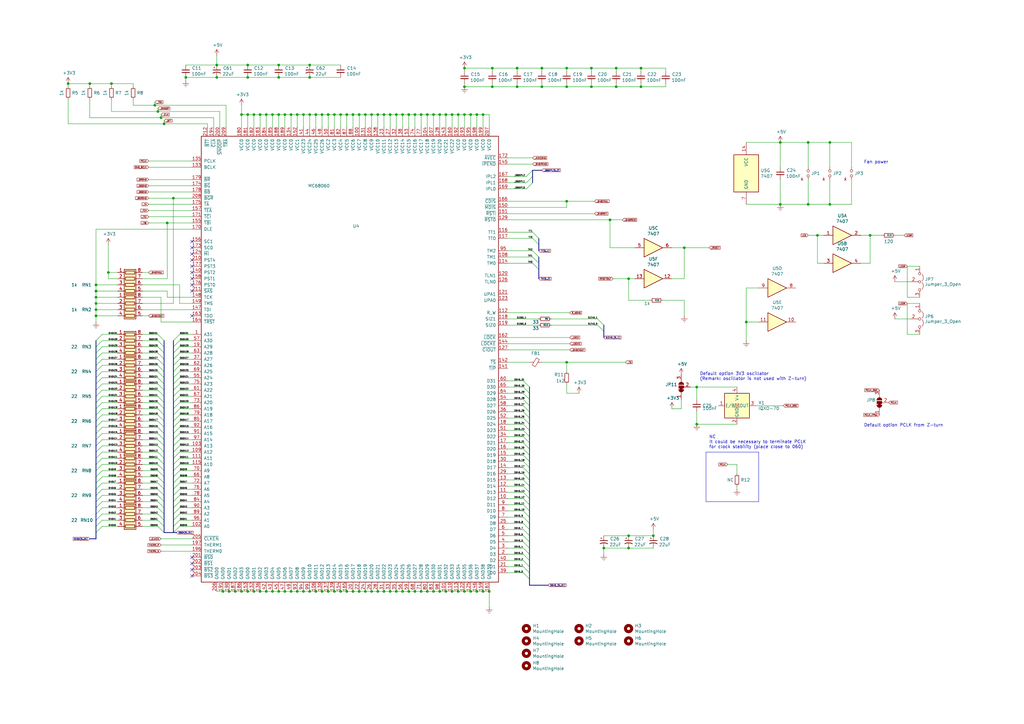
<source format=kicad_sch>
(kicad_sch (version 20230121) (generator eeschema)
  (paper "A3")
  (title_block (title "Z3660 by sHaNsHe (Double H Tech)") (date "2024-10-04") (rev "v0.22") (comment 1 "v0.21d Changed fan header to right angle and three pins") (comment 2 "v0.21e no changes in schematics") (comment 3 "v0.22 Add CPLD programing PCF8574"))
  (junction (at 129.54 46.99))
  (junction (at 182.88 242.57))
  (junction (at 187.96 46.99))
  (junction (at 154.94 46.99))
  (junction (at 175.26 46.99))
  (junction (at 232.41 148.59))
  (junction (at 154.94 242.57))
  (junction (at 331.47 83.82))
  (junction (at 36.83 34.29))
  (junction (at 250.19 90.17))
  (junction (at 185.42 46.99))
  (junction (at 212.09 35.56))
  (junction (at 157.48 46.99))
  (junction (at 190.5 46.99))
  (junction (at 114.3 46.99))
  (junction (at 190.5 35.56))
  (junction (at 177.8 46.99))
  (junction (at 129.54 242.57))
  (junction (at 67.31 50.8))
  (junction (at 99.06 46.99))
  (junction (at 149.86 242.57))
  (junction (at 111.76 242.57))
  (junction (at 114.3 26.67))
  (junction (at 111.76 46.99))
  (junction (at 201.93 35.56))
  (junction (at 222.25 35.56))
  (junction (at 39.37 127))
  (junction (at 172.72 242.57))
  (junction (at 252.73 35.56))
  (junction (at 127 242.57))
  (junction (at 116.84 242.57))
  (junction (at 172.72 46.99))
  (junction (at 201.93 27.94))
  (junction (at 132.08 242.57))
  (junction (at 27.94 34.29))
  (junction (at 139.7 46.99))
  (junction (at 76.2 31.75))
  (junction (at 152.4 242.57))
  (junction (at 187.96 242.57))
  (junction (at 198.12 242.57))
  (junction (at 93.98 242.57))
  (junction (at 356.87 96.52))
  (junction (at 320.04 83.82))
  (junction (at 39.37 124.46))
  (junction (at 232.41 82.55))
  (junction (at 177.8 242.57))
  (junction (at 39.37 116.84))
  (junction (at 147.32 242.57))
  (junction (at 195.58 46.99))
  (junction (at 116.84 46.99))
  (junction (at 262.89 35.56))
  (junction (at 152.4 46.99))
  (junction (at 257.81 224.79))
  (junction (at 190.5 27.94))
  (junction (at 66.04 48.26))
  (junction (at 127 31.75))
  (junction (at 280.67 101.6))
  (junction (at 137.16 46.99))
  (junction (at 121.92 242.57))
  (junction (at 262.89 27.94))
  (junction (at 101.6 26.67))
  (junction (at 267.97 219.71))
  (junction (at 106.68 242.57))
  (junction (at 101.6 46.99))
  (junction (at 175.26 242.57))
  (junction (at 242.57 27.94))
  (junction (at 257.81 219.71))
  (junction (at 101.6 242.57))
  (junction (at 121.92 46.99))
  (junction (at 127 46.99))
  (junction (at 306.07 132.08))
  (junction (at 182.88 46.99))
  (junction (at 137.16 242.57))
  (junction (at 96.52 242.57))
  (junction (at 320.04 58.42))
  (junction (at 109.22 46.99))
  (junction (at 257.81 114.3))
  (junction (at 68.58 91.44))
  (junction (at 160.02 242.57))
  (junction (at 247.65 224.79))
  (junction (at 124.46 46.99))
  (junction (at 170.18 46.99))
  (junction (at 88.9 31.75))
  (junction (at 198.12 46.99))
  (junction (at 193.04 46.99))
  (junction (at 39.37 121.92))
  (junction (at 63.5 43.18))
  (junction (at 139.7 242.57))
  (junction (at 162.56 46.99))
  (junction (at 200.66 242.57))
  (junction (at 99.06 242.57))
  (junction (at 242.57 35.56))
  (junction (at 114.3 242.57))
  (junction (at 165.1 242.57))
  (junction (at 162.56 242.57))
  (junction (at 170.18 242.57))
  (junction (at 64.77 45.72))
  (junction (at 104.14 242.57))
  (junction (at 39.37 129.54))
  (junction (at 134.62 46.99))
  (junction (at 340.36 58.42))
  (junction (at 114.3 31.75))
  (junction (at 104.14 46.99))
  (junction (at 222.25 27.94))
  (junction (at 144.78 46.99))
  (junction (at 101.6 31.75))
  (junction (at 340.36 83.82))
  (junction (at 106.68 46.99))
  (junction (at 193.04 242.57))
  (junction (at 331.47 58.42))
  (junction (at 212.09 27.94))
  (junction (at 124.46 242.57))
  (junction (at 165.1 46.99))
  (junction (at 45.72 34.29))
  (junction (at 91.44 242.57))
  (junction (at 142.24 242.57))
  (junction (at 132.08 46.99))
  (junction (at 119.38 46.99))
  (junction (at 134.62 242.57))
  (junction (at 285.75 158.75))
  (junction (at 252.73 27.94))
  (junction (at 39.37 119.38))
  (junction (at 180.34 46.99))
  (junction (at 157.48 242.57))
  (junction (at 71.12 81.28))
  (junction (at 190.5 242.57))
  (junction (at 232.41 27.94))
  (junction (at 180.34 242.57))
  (junction (at 88.9 26.67))
  (junction (at 44.45 111.76))
  (junction (at 195.58 242.57))
  (junction (at 144.78 242.57))
  (junction (at 109.22 242.57))
  (junction (at 185.42 242.57))
  (junction (at 232.41 35.56))
  (junction (at 167.64 242.57))
  (junction (at 149.86 46.99))
  (junction (at 142.24 46.99))
  (junction (at 335.28 96.52))
  (junction (at 119.38 242.57))
  (junction (at 147.32 46.99))
  (junction (at 167.64 46.99))
  (junction (at 285.75 173.99))
  (junction (at 160.02 46.99))
  (junction (at 127 26.67))
  (no_connect (at 78.74 114.3))
  (no_connect (at 78.74 119.38))
  (no_connect (at 78.74 228.6))
  (no_connect (at 78.74 236.22))
  (no_connect (at 78.74 233.68))
  (no_connect (at 78.74 104.14))
  (no_connect (at 78.74 106.68))
  (no_connect (at 78.74 231.14))
  (no_connect (at 78.74 101.6))
  (no_connect (at 78.74 109.22))
  (no_connect (at 78.74 99.06))
  (no_connect (at 78.74 129.54))
  (no_connect (at 78.74 116.84))
  (no_connect (at 78.74 111.76))
  (bus_entry (at 71.12 198.12) (size 2.54 -2.54))
  (bus_entry (at 39.37 187.96) (size 2.54 -2.54))
  (bus_entry (at 39.37 175.26) (size 2.54 -2.54))
  (bus_entry (at 67.31 154.94) (size -2.54 -2.54))
  (bus_entry (at 67.31 139.7) (size -2.54 -2.54))
  (bus_entry (at 67.31 205.74) (size -2.54 -2.54))
  (bus_entry (at 39.37 165.1) (size 2.54 -2.54))
  (bus_entry (at 39.37 180.34) (size 2.54 -2.54))
  (bus_entry (at 67.31 213.36) (size -2.54 -2.54))
  (bus_entry (at 214.63 171.45) (size 2.54 2.54))
  (bus_entry (at 214.63 214.63) (size 2.54 2.54))
  (bus_entry (at 39.37 144.78) (size 2.54 -2.54))
  (bus_entry (at 220.98 107.95) (size -2.54 -2.54))
  (bus_entry (at 71.12 208.28) (size 2.54 -2.54))
  (bus_entry (at 71.12 157.48) (size 2.54 -2.54))
  (bus_entry (at 67.31 175.26) (size -2.54 -2.54))
  (bus_entry (at 39.37 218.44) (size 2.54 -2.54))
  (bus_entry (at 67.31 160.02) (size -2.54 -2.54))
  (bus_entry (at 214.63 166.37) (size 2.54 2.54))
  (bus_entry (at 71.12 218.44) (size 2.54 -2.54))
  (bus_entry (at 71.12 213.36) (size 2.54 -2.54))
  (bus_entry (at 39.37 160.02) (size 2.54 -2.54))
  (bus_entry (at 39.37 210.82) (size 2.54 -2.54))
  (bus_entry (at 67.31 200.66) (size -2.54 -2.54))
  (bus_entry (at 214.63 158.75) (size 2.54 2.54))
  (bus_entry (at 67.31 185.42) (size -2.54 -2.54))
  (bus_entry (at 71.12 210.82) (size 2.54 -2.54))
  (bus_entry (at 214.63 212.09) (size 2.54 2.54))
  (bus_entry (at 67.31 210.82) (size -2.54 -2.54))
  (bus_entry (at 214.63 219.71) (size 2.54 2.54))
  (bus_entry (at 71.12 172.72) (size 2.54 -2.54))
  (bus_entry (at 39.37 205.74) (size 2.54 -2.54))
  (bus_entry (at 214.63 209.55) (size 2.54 2.54))
  (bus_entry (at 67.31 187.96) (size -2.54 -2.54))
  (bus_entry (at 214.63 179.07) (size 2.54 2.54))
  (bus_entry (at 215.9 77.47) (size 2.54 -2.54))
  (bus_entry (at 71.12 165.1) (size 2.54 -2.54))
  (bus_entry (at 214.63 222.25) (size 2.54 2.54))
  (bus_entry (at 67.31 180.34) (size -2.54 -2.54))
  (bus_entry (at 214.63 186.69) (size 2.54 2.54))
  (bus_entry (at 67.31 157.48) (size -2.54 -2.54))
  (bus_entry (at 39.37 170.18) (size 2.54 -2.54))
  (bus_entry (at 214.63 161.29) (size 2.54 2.54))
  (bus_entry (at 214.63 224.79) (size 2.54 2.54))
  (bus_entry (at 71.12 177.8) (size 2.54 -2.54))
  (bus_entry (at 39.37 203.2) (size 2.54 -2.54))
  (bus_entry (at 67.31 198.12) (size -2.54 -2.54))
  (bus_entry (at 214.63 204.47) (size 2.54 2.54))
  (bus_entry (at 39.37 139.7) (size 2.54 -2.54))
  (bus_entry (at 67.31 182.88) (size -2.54 -2.54))
  (bus_entry (at 214.63 232.41) (size 2.54 2.54))
  (bus_entry (at 220.98 110.49) (size -2.54 -2.54))
  (bus_entry (at 67.31 215.9) (size -2.54 -2.54))
  (bus_entry (at 215.9 72.39) (size 2.54 -2.54))
  (bus_entry (at 67.31 190.5) (size -2.54 -2.54))
  (bus_entry (at 39.37 149.86) (size 2.54 -2.54))
  (bus_entry (at 39.37 142.24) (size 2.54 -2.54))
  (bus_entry (at 214.63 184.15) (size 2.54 2.54))
  (bus_entry (at 39.37 154.94) (size 2.54 -2.54))
  (bus_entry (at 71.12 167.64) (size 2.54 -2.54))
  (bus_entry (at 220.98 100.33) (size -2.54 -2.54))
  (bus_entry (at 67.31 149.86) (size -2.54 -2.54))
  (bus_entry (at 67.31 144.78) (size -2.54 -2.54))
  (bus_entry (at 247.65 133.35) (size -2.54 -2.54))
  (bus_entry (at 39.37 190.5) (size 2.54 -2.54))
  (bus_entry (at 39.37 177.8) (size 2.54 -2.54))
  (bus_entry (at 71.12 190.5) (size 2.54 -2.54))
  (bus_entry (at 67.31 208.28) (size -2.54 -2.54))
  (bus_entry (at 71.12 154.94) (size 2.54 -2.54))
  (bus_entry (at 214.63 234.95) (size 2.54 2.54))
  (bus_entry (at 214.63 181.61) (size 2.54 2.54))
  (bus_entry (at 214.63 196.85) (size 2.54 2.54))
  (bus_entry (at 67.31 170.18) (size -2.54 -2.54))
  (bus_entry (at 71.12 185.42) (size 2.54 -2.54))
  (bus_entry (at 39.37 208.28) (size 2.54 -2.54))
  (bus_entry (at 67.31 177.8) (size -2.54 -2.54))
  (bus_entry (at 71.12 193.04) (size 2.54 -2.54))
  (bus_entry (at 215.9 74.93) (size 2.54 -2.54))
  (bus_entry (at 67.31 195.58) (size -2.54 -2.54))
  (bus_entry (at 71.12 160.02) (size 2.54 -2.54))
  (bus_entry (at 39.37 182.88) (size 2.54 -2.54))
  (bus_entry (at 71.12 152.4) (size 2.54 -2.54))
  (bus_entry (at 71.12 203.2) (size 2.54 -2.54))
  (bus_entry (at 67.31 162.56) (size -2.54 -2.54))
  (bus_entry (at 71.12 149.86) (size 2.54 -2.54))
  (bus_entry (at 214.63 229.87) (size 2.54 2.54))
  (bus_entry (at 71.12 195.58) (size 2.54 -2.54))
  (bus_entry (at 214.63 217.17) (size 2.54 2.54))
  (bus_entry (at 71.12 215.9) (size 2.54 -2.54))
  (bus_entry (at 71.12 142.24) (size 2.54 -2.54))
  (bus_entry (at 39.37 162.56) (size 2.54 -2.54))
  (bus_entry (at 39.37 185.42) (size 2.54 -2.54))
  (bus_entry (at 67.31 193.04) (size -2.54 -2.54))
  (bus_entry (at 214.63 201.93) (size 2.54 2.54))
  (bus_entry (at 71.12 170.18) (size 2.54 -2.54))
  (bus_entry (at 39.37 152.4) (size 2.54 -2.54))
  (bus_entry (at 67.31 165.1) (size -2.54 -2.54))
  (bus_entry (at 67.31 167.64) (size -2.54 -2.54))
  (bus_entry (at 214.63 191.77) (size 2.54 2.54))
  (bus_entry (at 247.65 135.89) (size -2.54 -2.54))
  (bus_entry (at 71.12 162.56) (size 2.54 -2.54))
  (bus_entry (at 214.63 163.83) (size 2.54 2.54))
  (bus_entry (at 39.37 172.72) (size 2.54 -2.54))
  (bus_entry (at 214.63 168.91) (size 2.54 2.54))
  (bus_entry (at 67.31 142.24) (size -2.54 -2.54))
  (bus_entry (at 71.12 139.7) (size 2.54 -2.54))
  (bus_entry (at 39.37 157.48) (size 2.54 -2.54))
  (bus_entry (at 71.12 180.34) (size 2.54 -2.54))
  (bus_entry (at 71.12 175.26) (size 2.54 -2.54))
  (bus_entry (at 67.31 203.2) (size -2.54 -2.54))
  (bus_entry (at 67.31 147.32) (size -2.54 -2.54))
  (bus_entry (at 39.37 195.58) (size 2.54 -2.54))
  (bus_entry (at 39.37 193.04) (size 2.54 -2.54))
  (bus_entry (at 71.12 187.96) (size 2.54 -2.54))
  (bus_entry (at 214.63 176.53) (size 2.54 2.54))
  (bus_entry (at 220.98 97.79) (size -2.54 -2.54))
  (bus_entry (at 67.31 152.4) (size -2.54 -2.54))
  (bus_entry (at 214.63 173.99) (size 2.54 2.54))
  (bus_entry (at 67.31 218.44) (size -2.54 -2.54))
  (bus_entry (at 71.12 147.32) (size 2.54 -2.54))
  (bus_entry (at 214.63 156.21) (size 2.54 2.54))
  (bus_entry (at 71.12 200.66) (size 2.54 -2.54))
  (bus_entry (at 71.12 182.88) (size 2.54 -2.54))
  (bus_entry (at 67.31 172.72) (size -2.54 -2.54))
  (bus_entry (at 214.63 194.31) (size 2.54 2.54))
  (bus_entry (at 39.37 147.32) (size 2.54 -2.54))
  (bus_entry (at 220.98 105.41) (size -2.54 -2.54))
  (bus_entry (at 39.37 215.9) (size 2.54 -2.54))
  (bus_entry (at 214.63 199.39) (size 2.54 2.54))
  (bus_entry (at 39.37 167.64) (size 2.54 -2.54))
  (bus_entry (at 214.63 227.33) (size 2.54 2.54))
  (bus_entry (at 71.12 144.78) (size 2.54 -2.54))
  (bus_entry (at 39.37 198.12) (size 2.54 -2.54))
  (bus_entry (at 39.37 200.66) (size 2.54 -2.54))
  (bus_entry (at 39.37 213.36) (size 2.54 -2.54))
  (bus_entry (at 71.12 205.74) (size 2.54 -2.54))
  (bus_entry (at 214.63 189.23) (size 2.54 2.54))
  (bus_entry (at 214.63 207.01) (size 2.54 2.54))
  (wire (pts (xy 320.04 58.42) (xy 306.07 58.42)))
  (wire (pts (xy 162.56 46.99) (xy 165.1 46.99)))
  (wire (pts (xy 170.18 242.57) (xy 172.72 242.57)))
  (bus (pts (xy 67.31 180.34) (xy 67.31 182.88)))
  (wire (pts (xy 208.28 214.63) (xy 214.63 214.63)))
  (bus (pts (xy 67.31 198.12) (xy 67.31 200.66)))
  (bus (pts (xy 247.65 135.89) (xy 247.65 138.43)))
  (wire (pts (xy 372.11 124.46) (xy 377.19 124.46)))
  (wire (pts (xy 73.66 142.24) (xy 78.74 142.24)))
  (wire (pts (xy 271.78 123.19) (xy 280.67 123.19)))
  (wire (pts (xy 377.19 121.92) (xy 372.11 121.92)))
  (wire (pts (xy 41.91 195.58) (xy 48.26 195.58)))
  (wire (pts (xy 208.28 85.09) (xy 232.41 85.09)))
  (wire (pts (xy 193.04 242.57) (xy 195.58 242.57)))
  (wire (pts (xy 262.89 27.94) (xy 262.89 29.21)))
  (bus (pts (xy 67.31 195.58) (xy 67.31 198.12)))
  (bus (pts (xy 67.31 172.72) (xy 67.31 175.26)))
  (wire (pts (xy 285.75 173.99) (xy 302.26 173.99)))
  (wire (pts (xy 208.28 173.99) (xy 214.63 173.99)))
  (wire (pts (xy 73.66 172.72) (xy 78.74 172.72)))
  (wire (pts (xy 114.3 46.99) (xy 116.84 46.99)))
  (bus (pts (xy 67.31 210.82) (xy 67.31 213.36)))
  (bus (pts (xy 217.17 161.29) (xy 217.17 163.83)))
  (wire (pts (xy 208.28 171.45) (xy 214.63 171.45)))
  (wire (pts (xy 212.09 35.56) (xy 212.09 34.29)))
  (wire (pts (xy 137.16 46.99) (xy 139.7 46.99)))
  (wire (pts (xy 76.2 31.75) (xy 76.2 33.02)))
  (wire (pts (xy 139.7 46.99) (xy 139.7 52.07)))
  (bus (pts (xy 39.37 167.64) (xy 39.37 170.18)))
  (wire (pts (xy 193.04 46.99) (xy 195.58 46.99)))
  (bus (pts (xy 71.12 175.26) (xy 71.12 177.8)))
  (wire (pts (xy 208.28 222.25) (xy 214.63 222.25)))
  (bus (pts (xy 217.17 189.23) (xy 217.17 191.77)))
  (wire (pts (xy 88.9 31.75) (xy 101.6 31.75)))
  (wire (pts (xy 127 31.75) (xy 139.7 31.75)))
  (bus (pts (xy 71.12 185.42) (xy 71.12 187.96)))
  (wire (pts (xy 58.42 157.48) (xy 64.77 157.48)))
  (wire (pts (xy 250.19 90.17) (xy 250.19 101.6)))
  (bus (pts (xy 39.37 157.48) (xy 39.37 160.02)))
  (wire (pts (xy 124.46 242.57) (xy 127 242.57)))
  (wire (pts (xy 208.28 138.43) (xy 233.68 138.43)))
  (wire (pts (xy 96.52 242.57) (xy 99.06 242.57)))
  (wire (pts (xy 48.26 208.28) (xy 41.91 208.28)))
  (wire (pts (xy 242.57 29.21) (xy 242.57 27.94)))
  (wire (pts (xy 67.31 50.8) (xy 67.31 49.53)))
  (bus (pts (xy 71.12 187.96) (xy 71.12 190.5)))
  (wire (pts (xy 331.47 96.52) (xy 335.28 96.52)))
  (wire (pts (xy 167.64 46.99) (xy 170.18 46.99)))
  (wire (pts (xy 124.46 46.99) (xy 127 46.99)))
  (bus (pts (xy 247.65 133.35) (xy 247.65 135.89)))
  (bus (pts (xy 39.37 144.78) (xy 39.37 147.32)))
  (wire (pts (xy 267.97 219.71) (xy 267.97 217.17)))
  (wire (pts (xy 132.08 46.99) (xy 132.08 52.07)))
  (wire (pts (xy 78.74 124.46) (xy 73.66 124.46)))
  (wire (pts (xy 222.25 35.56) (xy 222.25 34.29)))
  (bus (pts (xy 71.12 160.02) (xy 71.12 162.56)))
  (wire (pts (xy 104.14 52.07) (xy 104.14 46.99)))
  (wire (pts (xy 331.47 58.42) (xy 320.04 58.42)))
  (wire (pts (xy 119.38 242.57) (xy 121.92 242.57)))
  (bus (pts (xy 71.12 205.74) (xy 71.12 208.28)))
  (wire (pts (xy 114.3 31.75) (xy 127 31.75)))
  (wire (pts (xy 39.37 121.92) (xy 39.37 124.46)))
  (wire (pts (xy 45.72 34.29) (xy 54.61 34.29)))
  (wire (pts (xy 64.77 175.26) (xy 58.42 175.26)))
  (wire (pts (xy 101.6 31.75) (xy 114.3 31.75)))
  (wire (pts (xy 377.19 137.16) (xy 372.11 137.16)))
  (wire (pts (xy 175.26 52.07) (xy 175.26 46.99)))
  (wire (pts (xy 58.42 121.92) (xy 66.04 121.92)))
  (wire (pts (xy 218.44 95.25) (xy 208.28 95.25)))
  (wire (pts (xy 106.68 46.99) (xy 109.22 46.99)))
  (wire (pts (xy 250.19 90.17) (xy 255.27 90.17)))
  (bus (pts (xy 39.37 190.5) (xy 39.37 193.04)))
  (bus (pts (xy 217.17 181.61) (xy 217.17 184.15)))
  (bus (pts (xy 67.31 165.1) (xy 67.31 167.64)))
  (wire (pts (xy 114.3 242.57) (xy 116.84 242.57)))
  (wire (pts (xy 64.77 190.5) (xy 58.42 190.5)))
  (wire (pts (xy 367.03 115.57) (xy 373.38 115.57)))
  (wire (pts (xy 208.28 196.85) (xy 214.63 196.85)))
  (wire (pts (xy 48.26 121.92) (xy 39.37 121.92)))
  (wire (pts (xy 275.59 101.6) (xy 280.67 101.6)))
  (wire (pts (xy 64.77 45.72) (xy 64.77 44.45)))
  (wire (pts (xy 64.77 152.4) (xy 58.42 152.4)))
  (wire (pts (xy 222.25 35.56) (xy 232.41 35.56)))
  (wire (pts (xy 48.26 167.64) (xy 41.91 167.64)))
  (wire (pts (xy 111.76 46.99) (xy 114.3 46.99)))
  (wire (pts (xy 139.7 46.99) (xy 142.24 46.99)))
  (wire (pts (xy 157.48 52.07) (xy 157.48 46.99)))
  (wire (pts (xy 232.41 29.21) (xy 232.41 27.94)))
  (wire (pts (xy 262.89 35.56) (xy 273.05 35.56)))
  (wire (pts (xy 232.41 27.94) (xy 242.57 27.94)))
  (wire (pts (xy 129.54 242.57) (xy 132.08 242.57)))
  (wire (pts (xy 222.25 29.21) (xy 222.25 27.94)))
  (wire (pts (xy 208.28 107.95) (xy 218.44 107.95)))
  (wire (pts (xy 218.44 105.41) (xy 208.28 105.41)))
  (bus (pts (xy 39.37 210.82) (xy 39.37 213.36)))
  (wire (pts (xy 73.66 137.16) (xy 78.74 137.16)))
  (wire (pts (xy 212.09 27.94) (xy 212.09 29.21)))
  (polyline (pts (xy 289.56 185.42) (xy 311.15 185.42)))
  (wire (pts (xy 119.38 46.99) (xy 116.84 46.99)))
  (wire (pts (xy 198.12 46.99) (xy 198.12 52.07)))
  (wire (pts (xy 208.28 199.39) (xy 214.63 199.39)))
  (bus (pts (xy 217.17 222.25) (xy 217.17 224.79)))
  (wire (pts (xy 116.84 242.57) (xy 119.38 242.57)))
  (wire (pts (xy 48.26 187.96) (xy 41.91 187.96)))
  (wire (pts (xy 41.91 180.34) (xy 48.26 180.34)))
  (bus (pts (xy 39.37 152.4) (xy 39.37 154.94)))
  (wire (pts (xy 257.81 114.3) (xy 257.81 123.19)))
  (wire (pts (xy 242.57 35.56) (xy 252.73 35.56)))
  (wire (pts (xy 54.61 40.64) (xy 54.61 43.18)))
  (wire (pts (xy 367.03 130.81) (xy 373.38 130.81)))
  (wire (pts (xy 109.22 52.07) (xy 109.22 46.99)))
  (wire (pts (xy 201.93 35.56) (xy 201.93 34.29)))
  (wire (pts (xy 41.91 154.94) (xy 48.26 154.94)))
  (wire (pts (xy 187.96 52.07) (xy 187.96 46.99)))
  (wire (pts (xy 129.54 46.99) (xy 132.08 46.99)))
  (wire (pts (xy 36.83 34.29) (xy 27.94 34.29)))
  (wire (pts (xy 177.8 46.99) (xy 177.8 52.07)))
  (wire (pts (xy 44.45 111.76) (xy 48.26 111.76)))
  (bus (pts (xy 67.31 200.66) (xy 67.31 203.2)))
  (bus (pts (xy 220.98 105.41) (xy 220.98 107.95)))
  (wire (pts (xy 309.88 166.37) (xy 321.31 166.37)))
  (wire (pts (xy 195.58 52.07) (xy 195.58 46.99)))
  (wire (pts (xy 208.28 234.95) (xy 214.63 234.95)))
  (wire (pts (xy 58.42 208.28) (xy 64.77 208.28)))
  (bus (pts (xy 71.12 218.44) (xy 67.31 218.44)))
  (wire (pts (xy 127 26.67) (xy 139.7 26.67)))
  (bus (pts (xy 39.37 195.58) (xy 39.37 198.12)))
  (wire (pts (xy 275.59 114.3) (xy 280.67 114.3)))
  (wire (pts (xy 177.8 242.57) (xy 180.34 242.57)))
  (wire (pts (xy 190.5 35.56) (xy 201.93 35.56)))
  (wire (pts (xy 111.76 242.57) (xy 114.3 242.57)))
  (wire (pts (xy 247.65 224.79) (xy 247.65 227.33)))
  (bus (pts (xy 39.37 200.66) (xy 39.37 203.2)))
  (wire (pts (xy 127 46.99) (xy 127 52.07)))
  (wire (pts (xy 45.72 35.56) (xy 45.72 34.29)))
  (bus (pts (xy 217.17 219.71) (xy 217.17 222.25)))
  (wire (pts (xy 99.06 46.99) (xy 101.6 46.99)))
  (bus (pts (xy 39.37 185.42) (xy 39.37 187.96)))
  (wire (pts (xy 302.26 190.5) (xy 298.45 190.5)))
  (wire (pts (xy 73.66 152.4) (xy 78.74 152.4)))
  (bus (pts (xy 67.31 215.9) (xy 67.31 218.44)))
  (wire (pts (xy 73.66 170.18) (xy 78.74 170.18)))
  (wire (pts (xy 208.28 232.41) (xy 214.63 232.41)))
  (wire (pts (xy 36.83 48.26) (xy 66.04 48.26)))
  (wire (pts (xy 73.66 215.9) (xy 78.74 215.9)))
  (wire (pts (xy 58.42 124.46) (xy 71.12 124.46)))
  (wire (pts (xy 58.42 114.3) (xy 68.58 114.3)))
  (wire (pts (xy 91.44 242.57) (xy 93.98 242.57)))
  (bus (pts (xy 67.31 147.32) (xy 67.31 149.86)))
  (bus (pts (xy 71.12 149.86) (xy 71.12 152.4)))
  (bus (pts (xy 71.12 144.78) (xy 71.12 147.32)))
  (wire (pts (xy 208.28 87.63) (xy 243.84 87.63)))
  (wire (pts (xy 147.32 52.07) (xy 147.32 46.99)))
  (wire (pts (xy 208.28 161.29) (xy 214.63 161.29)))
  (wire (pts (xy 208.28 102.87) (xy 218.44 102.87)))
  (wire (pts (xy 45.72 45.72) (xy 64.77 45.72)))
  (wire (pts (xy 226.06 133.35) (xy 245.11 133.35)))
  (wire (pts (xy 232.41 152.4) (xy 232.41 148.59)))
  (wire (pts (xy 147.32 46.99) (xy 149.86 46.99)))
  (polyline (pts (xy 311.15 185.42) (xy 311.15 205.74)))
  (wire (pts (xy 273.05 35.56) (xy 273.05 34.29)))
  (wire (pts (xy 41.91 182.88) (xy 48.26 182.88)))
  (polyline (pts (xy 289.56 205.74) (xy 289.56 185.42)))
  (wire (pts (xy 280.67 123.19) (xy 280.67 129.54)))
  (wire (pts (xy 165.1 46.99) (xy 167.64 46.99)))
  (wire (pts (xy 331.47 83.82) (xy 340.36 83.82)))
  (wire (pts (xy 335.28 96.52) (xy 337.82 96.52)))
  (wire (pts (xy 64.77 182.88) (xy 58.42 182.88)))
  (bus (pts (xy 217.17 184.15) (xy 217.17 186.69)))
  (wire (pts (xy 78.74 68.58) (xy 60.96 68.58)))
  (wire (pts (xy 73.66 177.8) (xy 78.74 177.8)))
  (bus (pts (xy 220.98 97.79) (xy 220.98 100.33)))
  (wire (pts (xy 92.71 52.07) (xy 92.71 43.18)))
  (wire (pts (xy 208.28 74.93) (xy 215.9 74.93)))
  (wire (pts (xy 64.77 185.42) (xy 58.42 185.42)))
  (wire (pts (xy 101.6 26.67) (xy 114.3 26.67)))
  (wire (pts (xy 64.77 165.1) (xy 58.42 165.1)))
  (wire (pts (xy 73.66 116.84) (xy 73.66 124.46)))
  (wire (pts (xy 58.42 116.84) (xy 73.66 116.84)))
  (bus (pts (xy 71.12 170.18) (xy 71.12 172.72)))
  (wire (pts (xy 283.21 158.75) (xy 285.75 158.75)))
  (wire (pts (xy 172.72 46.99) (xy 172.72 52.07)))
  (wire (pts (xy 208.28 194.31) (xy 214.63 194.31)))
  (wire (pts (xy 101.6 242.57) (xy 104.14 242.57)))
  (wire (pts (xy 165.1 242.57) (xy 167.64 242.57)))
  (wire (pts (xy 64.77 195.58) (xy 58.42 195.58)))
  (wire (pts (xy 101.6 46.99) (xy 104.14 46.99)))
  (wire (pts (xy 64.77 149.86) (xy 58.42 149.86)))
  (bus (pts (xy 71.12 165.1) (xy 71.12 167.64)))
  (wire (pts (xy 73.66 147.32) (xy 78.74 147.32)))
  (wire (pts (xy 85.09 52.07) (xy 85.09 50.8)))
  (wire (pts (xy 139.7 242.57) (xy 142.24 242.57)))
  (wire (pts (xy 58.42 119.38) (xy 68.58 119.38)))
  (bus (pts (xy 39.37 215.9) (xy 39.37 218.44)))
  (wire (pts (xy 208.28 128.27) (xy 233.68 128.27)))
  (wire (pts (xy 78.74 86.36) (xy 60.96 86.36)))
  (wire (pts (xy 252.73 34.29) (xy 252.73 35.56)))
  (wire (pts (xy 252.73 35.56) (xy 262.89 35.56)))
  (wire (pts (xy 58.42 137.16) (xy 64.77 137.16)))
  (bus (pts (xy 217.17 163.83) (xy 217.17 166.37)))
  (wire (pts (xy 302.26 194.31) (xy 302.26 190.5)))
  (bus (pts (xy 71.12 215.9) (xy 71.12 218.44)))
  (bus (pts (xy 39.37 142.24) (xy 39.37 144.78)))
  (bus (pts (xy 67.31 170.18) (xy 67.31 172.72)))
  (wire (pts (xy 190.5 35.56) (xy 190.5 34.29)))
  (wire (pts (xy 73.66 210.82) (xy 78.74 210.82)))
  (bus (pts (xy 71.12 139.7) (xy 71.12 142.24)))
  (bus (pts (xy 217.17 186.69) (xy 217.17 189.23)))
  (wire (pts (xy 232.41 34.29) (xy 232.41 35.56)))
  (wire (pts (xy 88.9 22.86) (xy 88.9 26.67)))
  (wire (pts (xy 201.93 35.56) (xy 212.09 35.56)))
  (wire (pts (xy 64.77 203.2) (xy 58.42 203.2)))
  (wire (pts (xy 48.26 137.16) (xy 41.91 137.16)))
  (wire (pts (xy 372.11 109.22) (xy 377.19 109.22)))
  (wire (pts (xy 48.26 157.48) (xy 41.91 157.48)))
  (wire (pts (xy 361.95 96.52) (xy 356.87 96.52)))
  (wire (pts (xy 142.24 242.57) (xy 144.78 242.57)))
  (wire (pts (xy 170.18 46.99) (xy 172.72 46.99)))
  (wire (pts (xy 104.14 46.99) (xy 106.68 46.99)))
  (wire (pts (xy 144.78 242.57) (xy 147.32 242.57)))
  (wire (pts (xy 73.66 198.12) (xy 78.74 198.12)))
  (wire (pts (xy 257.81 224.79) (xy 247.65 224.79)))
  (wire (pts (xy 90.17 52.07) (xy 90.17 45.72)))
  (wire (pts (xy 370.84 96.52) (xy 367.03 96.52)))
  (wire (pts (xy 208.28 158.75) (xy 214.63 158.75)))
  (wire (pts (xy 242.57 34.29) (xy 242.57 35.56)))
  (wire (pts (xy 222.25 148.59) (xy 232.41 148.59)))
  (wire (pts (xy 87.63 52.07) (xy 87.63 48.26)))
  (wire (pts (xy 101.6 26.67) (xy 88.9 26.67)))
  (wire (pts (xy 39.37 119.38) (xy 39.37 121.92)))
  (wire (pts (xy 73.66 167.64) (xy 78.74 167.64)))
  (wire (pts (xy 212.09 35.56) (xy 222.25 35.56)))
  (wire (pts (xy 58.42 187.96) (xy 64.77 187.96)))
  (wire (pts (xy 356.87 96.52) (xy 356.87 107.95)))
  (wire (pts (xy 285.75 168.91) (xy 285.75 173.99)))
  (wire (pts (xy 198.12 242.57) (xy 200.66 242.57)))
  (wire (pts (xy 121.92 46.99) (xy 124.46 46.99)))
  (wire (pts (xy 201.93 27.94) (xy 201.93 29.21)))
  (wire (pts (xy 247.65 219.71) (xy 257.81 219.71)))
  (wire (pts (xy 64.77 160.02) (xy 58.42 160.02)))
  (wire (pts (xy 41.91 210.82) (xy 48.26 210.82)))
  (wire (pts (xy 48.26 114.3) (xy 44.45 114.3)))
  (wire (pts (xy 134.62 46.99) (xy 134.62 52.07)))
  (wire (pts (xy 157.48 242.57) (xy 160.02 242.57)))
  (wire (pts (xy 208.28 90.17) (xy 250.19 90.17)))
  (wire (pts (xy 78.74 91.44) (xy 68.58 91.44)))
  (wire (pts (xy 78.74 83.82) (xy 60.96 83.82)))
  (wire (pts (xy 167.64 46.99) (xy 167.64 52.07)))
  (wire (pts (xy 200.66 248.92) (xy 200.66 242.57)))
  (wire (pts (xy 68.58 91.44) (xy 68.58 114.3)))
  (bus (pts (xy 217.17 194.31) (xy 217.17 196.85)))
  (wire (pts (xy 160.02 46.99) (xy 162.56 46.99)))
  (wire (pts (xy 41.91 149.86) (xy 48.26 149.86)))
  (wire (pts (xy 349.25 73.66) (xy 349.25 83.82)))
  (bus (pts (xy 67.31 193.04) (xy 67.31 195.58)))
  (wire (pts (xy 182.88 46.99) (xy 185.42 46.99)))
  (wire (pts (xy 208.28 168.91) (xy 214.63 168.91)))
  (bus (pts (xy 67.31 185.42) (xy 67.31 187.96)))
  (bus (pts (xy 71.12 154.94) (xy 71.12 157.48)))
  (wire (pts (xy 162.56 46.99) (xy 162.56 52.07)))
  (wire (pts (xy 64.77 213.36) (xy 58.42 213.36)))
  (wire (pts (xy 200.66 52.07) (xy 200.66 46.99)))
  (wire (pts (xy 39.37 116.84) (xy 39.37 119.38)))
  (wire (pts (xy 149.86 242.57) (xy 152.4 242.57)))
  (wire (pts (xy 372.11 137.16) (xy 372.11 124.46)))
  (wire (pts (xy 48.26 129.54) (xy 39.37 129.54)))
  (wire (pts (xy 106.68 52.07) (xy 106.68 46.99)))
  (wire (pts (xy 41.91 162.56) (xy 48.26 162.56)))
  (bus (pts (xy 39.37 198.12) (xy 39.37 200.66)))
  (wire (pts (xy 182.88 242.57) (xy 185.42 242.57)))
  (wire (pts (xy 152.4 46.99) (xy 154.94 46.99)))
  (wire (pts (xy 349.25 58.42) (xy 340.36 58.42)))
  (bus (pts (xy 217.17 199.39) (xy 217.17 201.93)))
  (wire (pts (xy 147.32 242.57) (xy 149.86 242.57)))
  (bus (pts (xy 217.17 227.33) (xy 217.17 229.87)))
  (wire (pts (xy 114.3 26.67) (xy 127 26.67)))
  (wire (pts (xy 152.4 52.07) (xy 152.4 46.99)))
  (wire (pts (xy 73.66 193.04) (xy 78.74 193.04)))
  (wire (pts (xy 129.54 46.99) (xy 129.54 52.07)))
  (wire (pts (xy 208.28 77.47) (xy 215.9 77.47)))
  (wire (pts (xy 208.28 204.47) (xy 214.63 204.47)))
  (wire (pts (xy 39.37 93.98) (xy 39.37 116.84)))
  (bus (pts (xy 67.31 205.74) (xy 67.31 208.28)))
  (wire (pts (xy 353.06 107.95) (xy 356.87 107.95)))
  (wire (pts (xy 208.28 229.87) (xy 214.63 229.87)))
  (bus (pts (xy 72.39 218.44) (xy 71.12 218.44)))
  (bus (pts (xy 217.17 229.87) (xy 217.17 232.41)))
  (wire (pts (xy 73.66 190.5) (xy 78.74 190.5)))
  (wire (pts (xy 64.77 45.72) (xy 90.17 45.72)))
  (wire (pts (xy 73.66 185.42) (xy 78.74 185.42)))
  (wire (pts (xy 154.94 46.99) (xy 154.94 52.07)))
  (wire (pts (xy 185.42 46.99) (xy 187.96 46.99)))
  (wire (pts (xy 187.96 46.99) (xy 190.5 46.99)))
  (wire (pts (xy 172.72 46.99) (xy 175.26 46.99)))
  (bus (pts (xy 217.17 158.75) (xy 217.17 161.29)))
  (wire (pts (xy 58.42 198.12) (xy 64.77 198.12)))
  (bus (pts (xy 220.98 110.49) (xy 220.98 114.3)))
  (bus (pts (xy 67.31 187.96) (xy 67.31 190.5)))
  (bus (pts (xy 39.37 182.88) (xy 39.37 185.42)))
  (wire (pts (xy 232.41 148.59) (xy 256.54 148.59)))
  (wire (pts (xy 41.91 172.72) (xy 48.26 172.72)))
  (wire (pts (xy 222.25 27.94) (xy 232.41 27.94)))
  (bus (pts (xy 67.31 162.56) (xy 67.31 165.1)))
  (wire (pts (xy 208.28 186.69) (xy 214.63 186.69)))
  (wire (pts (xy 41.91 200.66) (xy 48.26 200.66)))
  (bus (pts (xy 220.98 100.33) (xy 220.98 102.87)))
  (wire (pts (xy 66.04 220.98) (xy 78.74 220.98)))
  (wire (pts (xy 99.06 46.99) (xy 99.06 43.18)))
  (wire (pts (xy 320.04 73.66) (xy 320.04 83.82)))
  (bus (pts (xy 39.37 205.74) (xy 39.37 208.28)))
  (wire (pts (xy 104.14 242.57) (xy 106.68 242.57)))
  (wire (pts (xy 54.61 43.18) (xy 63.5 43.18)))
  (wire (pts (xy 48.26 124.46) (xy 39.37 124.46)))
  (wire (pts (xy 340.36 58.42) (xy 340.36 68.58)))
  (wire (pts (xy 331.47 58.42) (xy 340.36 58.42)))
  (wire (pts (xy 208.28 224.79) (xy 214.63 224.79)))
  (wire (pts (xy 93.98 242.57) (xy 96.52 242.57)))
  (bus (pts (xy 71.12 162.56) (xy 71.12 165.1)))
  (wire (pts (xy 208.28 133.35) (xy 220.98 133.35)))
  (wire (pts (xy 208.28 207.01) (xy 214.63 207.01)))
  (bus (pts (xy 67.31 160.02) (xy 67.31 162.56)))
  (wire (pts (xy 208.28 97.79) (xy 218.44 97.79)))
  (wire (pts (xy 78.74 93.98) (xy 39.37 93.98)))
  (wire (pts (xy 208.28 217.17) (xy 214.63 217.17)))
  (wire (pts (xy 41.91 215.9) (xy 48.26 215.9)))
  (wire (pts (xy 187.96 242.57) (xy 190.5 242.57)))
  (wire (pts (xy 58.42 127) (xy 78.74 127)))
  (bus (pts (xy 39.37 203.2) (xy 39.37 205.74)))
  (bus (pts (xy 71.12 182.88) (xy 71.12 185.42)))
  (bus (pts (xy 217.17 232.41) (xy 217.17 234.95)))
  (wire (pts (xy 64.77 170.18) (xy 58.42 170.18)))
  (bus (pts (xy 67.31 175.26) (xy 67.31 177.8)))
  (wire (pts (xy 208.28 72.39) (xy 215.9 72.39)))
  (bus (pts (xy 67.31 177.8) (xy 67.31 180.34)))
  (wire (pts (xy 149.86 46.99) (xy 149.86 52.07)))
  (bus (pts (xy 39.37 170.18) (xy 39.37 172.72)))
  (wire (pts (xy 41.91 165.1) (xy 48.26 165.1)))
  (wire (pts (xy 132.08 46.99) (xy 134.62 46.99)))
  (wire (pts (xy 335.28 107.95) (xy 335.28 96.52)))
  (bus (pts (xy 217.17 207.01) (xy 217.17 209.55)))
  (wire (pts (xy 306.07 118.11) (xy 306.07 132.08)))
  (wire (pts (xy 262.89 27.94) (xy 273.05 27.94)))
  (wire (pts (xy 73.66 182.88) (xy 78.74 182.88)))
  (wire (pts (xy 64.77 180.34) (xy 58.42 180.34)))
  (wire (pts (xy 160.02 242.57) (xy 162.56 242.57)))
  (bus (pts (xy 71.12 213.36) (xy 71.12 215.9)))
  (wire (pts (xy 185.42 52.07) (xy 185.42 46.99)))
  (polyline (pts (xy 311.15 205.74) (xy 289.56 205.74)))
  (wire (pts (xy 73.66 162.56) (xy 78.74 162.56)))
  (wire (pts (xy 127 242.57) (xy 129.54 242.57)))
  (wire (pts (xy 44.45 100.33) (xy 44.45 111.76)))
  (wire (pts (xy 208.28 219.71) (xy 214.63 219.71)))
  (wire (pts (xy 180.34 46.99) (xy 182.88 46.99)))
  (wire (pts (xy 232.41 82.55) (xy 243.84 82.55)))
  (wire (pts (xy 208.28 176.53) (xy 214.63 176.53)))
  (wire (pts (xy 257.81 219.71) (xy 267.97 219.71)))
  (wire (pts (xy 67.31 50.8) (xy 85.09 50.8)))
  (wire (pts (xy 127 46.99) (xy 129.54 46.99)))
  (wire (pts (xy 149.86 46.99) (xy 152.4 46.99)))
  (bus (pts (xy 71.12 142.24) (xy 71.12 144.78)))
  (wire (pts (xy 73.66 165.1) (xy 78.74 165.1)))
  (wire (pts (xy 331.47 83.82) (xy 320.04 83.82)))
  (wire (pts (xy 232.41 157.48) (xy 232.41 161.29)))
  (wire (pts (xy 232.41 35.56) (xy 242.57 35.56)))
  (wire (pts (xy 64.77 172.72) (xy 58.42 172.72)))
  (bus (pts (xy 39.37 175.26) (xy 39.37 177.8)))
  (bus (pts (xy 39.37 172.72) (xy 39.37 175.26)))
  (bus (pts (xy 217.17 196.85) (xy 217.17 199.39)))
  (wire (pts (xy 160.02 52.07) (xy 160.02 46.99)))
  (wire (pts (xy 144.78 46.99) (xy 147.32 46.99)))
  (bus (pts (xy 67.31 203.2) (xy 67.31 205.74)))
  (wire (pts (xy 337.82 107.95) (xy 335.28 107.95)))
  (bus (pts (xy 39.37 162.56) (xy 39.37 165.1)))
  (bus (pts (xy 218.44 69.85) (xy 218.44 72.39)))
  (bus (pts (xy 39.37 187.96) (xy 39.37 190.5)))
  (wire (pts (xy 172.72 242.57) (xy 175.26 242.57)))
  (wire (pts (xy 73.66 149.86) (xy 78.74 149.86)))
  (bus (pts (xy 67.31 157.48) (xy 67.31 160.02)))
  (wire (pts (xy 63.5 43.18) (xy 92.71 43.18)))
  (wire (pts (xy 154.94 46.99) (xy 157.48 46.99)))
  (wire (pts (xy 41.91 203.2) (xy 48.26 203.2)))
  (wire (pts (xy 27.94 35.56) (xy 27.94 34.29)))
  (wire (pts (xy 41.91 170.18) (xy 48.26 170.18)))
  (wire (pts (xy 185.42 242.57) (xy 187.96 242.57)))
  (wire (pts (xy 64.77 193.04) (xy 58.42 193.04)))
  (bus (pts (xy 39.37 149.86) (xy 39.37 152.4)))
  (wire (pts (xy 302.26 199.39) (xy 302.26 200.66)))
  (wire (pts (xy 41.91 152.4) (xy 48.26 152.4)))
  (wire (pts (xy 114.3 52.07) (xy 114.3 46.99)))
  (bus (pts (xy 39.37 154.94) (xy 39.37 157.48)))
  (bus (pts (xy 222.25 69.85) (xy 218.44 69.85)))
  (wire (pts (xy 41.91 185.42) (xy 48.26 185.42)))
  (wire (pts (xy 121.92 52.07) (xy 121.92 46.99)))
  (bus (pts (xy 67.31 190.5) (xy 67.31 193.04)))
  (wire (pts (xy 320.04 58.42) (xy 320.04 68.58)))
  (wire (pts (xy 48.26 147.32) (xy 41.91 147.32)))
  (wire (pts (xy 208.28 209.55) (xy 214.63 209.55)))
  (wire (pts (xy 170.18 52.07) (xy 170.18 46.99)))
  (wire (pts (xy 41.91 190.5) (xy 48.26 190.5)))
  (wire (pts (xy 180.34 242.57) (xy 182.88 242.57)))
  (wire (pts (xy 190.5 46.99) (xy 193.04 46.99)))
  (wire (pts (xy 182.88 52.07) (xy 182.88 46.99)))
  (bus (pts (xy 39.37 177.8) (xy 39.37 180.34)))
  (wire (pts (xy 78.74 226.06) (xy 66.04 226.06)))
  (wire (pts (xy 88.9 242.57) (xy 91.44 242.57)))
  (wire (pts (xy 36.83 40.64) (xy 36.83 48.26)))
  (bus (pts (xy 217.17 224.79) (xy 217.17 227.33)))
  (bus (pts (xy 71.12 208.28) (xy 71.12 210.82)))
  (wire (pts (xy 109.22 242.57) (xy 111.76 242.57)))
  (bus (pts (xy 67.31 154.94) (xy 67.31 157.48)))
  (wire (pts (xy 208.28 163.83) (xy 214.63 163.83)))
  (bus (pts (xy 217.17 234.95) (xy 217.17 237.49)))
  (wire (pts (xy 73.66 157.48) (xy 78.74 157.48)))
  (wire (pts (xy 39.37 116.84) (xy 48.26 116.84)))
  (wire (pts (xy 73.66 180.34) (xy 78.74 180.34)))
  (wire (pts (xy 349.25 83.82) (xy 340.36 83.82)))
  (wire (pts (xy 331.47 68.58) (xy 331.47 58.42)))
  (wire (pts (xy 48.26 127) (xy 39.37 127)))
  (wire (pts (xy 195.58 242.57) (xy 198.12 242.57)))
  (wire (pts (xy 66.04 132.08) (xy 78.74 132.08)))
  (wire (pts (xy 78.74 76.2) (xy 60.96 76.2)))
  (bus (pts (xy 71.12 198.12) (xy 71.12 200.66)))
  (bus (pts (xy 217.17 171.45) (xy 217.17 173.99)))
  (wire (pts (xy 208.28 201.93) (xy 214.63 201.93)))
  (wire (pts (xy 306.07 118.11) (xy 311.15 118.11)))
  (wire (pts (xy 190.5 242.57) (xy 193.04 242.57)))
  (wire (pts (xy 78.74 88.9) (xy 60.96 88.9)))
  (wire (pts (xy 208.28 191.77) (xy 214.63 191.77)))
  (bus (pts (xy 71.12 193.04) (xy 71.12 195.58)))
  (wire (pts (xy 106.68 242.57) (xy 109.22 242.57)))
  (wire (pts (xy 27.94 40.64) (xy 27.94 50.8)))
  (wire (pts (xy 212.09 27.94) (xy 222.25 27.94)))
  (wire (pts (xy 68.58 121.92) (xy 78.74 121.92)))
  (wire (pts (xy 73.66 195.58) (xy 78.74 195.58)))
  (wire (pts (xy 285.75 163.83) (xy 285.75 158.75)))
  (wire (pts (xy 39.37 124.46) (xy 39.37 127)))
  (wire (pts (xy 39.37 129.54) (xy 39.37 132.08)))
  (wire (pts (xy 64.77 215.9) (xy 58.42 215.9)))
  (wire (pts (xy 73.66 200.66) (xy 78.74 200.66)))
  (wire (pts (xy 208.28 179.07) (xy 214.63 179.07)))
  (bus (pts (xy 39.37 208.28) (xy 39.37 210.82)))
  (bus (pts (xy 217.17 201.93) (xy 217.17 204.47)))
  (wire (pts (xy 285.75 158.75) (xy 302.26 158.75)))
  (wire (pts (xy 193.04 52.07) (xy 193.04 46.99)))
  (bus (pts (xy 67.31 208.28) (xy 67.31 210.82)))
  (wire (pts (xy 280.67 101.6) (xy 290.83 101.6)))
  (wire (pts (xy 71.12 81.28) (xy 71.12 124.46)))
  (wire (pts (xy 78.74 73.66) (xy 60.96 73.66)))
  (wire (pts (xy 78.74 66.04) (xy 60.96 66.04)))
  (bus (pts (xy 217.17 240.03) (xy 224.79 240.03)))
  (bus (pts (xy 39.37 165.1) (xy 39.37 167.64)))
  (wire (pts (xy 208.28 64.77) (xy 218.44 64.77)))
  (wire (pts (xy 48.26 198.12) (xy 41.91 198.12)))
  (wire (pts (xy 208.28 143.51) (xy 233.68 143.51)))
  (wire (pts (xy 41.91 144.78) (xy 48.26 144.78)))
  (wire (pts (xy 190.5 27.94) (xy 201.93 27.94)))
  (wire (pts (xy 64.77 142.24) (xy 58.42 142.24)))
  (wire (pts (xy 273.05 27.94) (xy 273.05 29.21)))
  (bus (pts (xy 217.17 212.09) (xy 217.17 214.63)))
  (bus (pts (xy 220.98 107.95) (xy 220.98 110.49)))
  (wire (pts (xy 132.08 242.57) (xy 134.62 242.57)))
  (bus (pts (xy 67.31 142.24) (xy 67.31 144.78)))
  (bus (pts (xy 71.12 195.58) (xy 71.12 198.12)))
  (wire (pts (xy 41.91 142.24) (xy 48.26 142.24)))
  (wire (pts (xy 39.37 127) (xy 39.37 129.54)))
  (wire (pts (xy 257.81 114.3) (xy 260.35 114.3)))
  (wire (pts (xy 73.66 187.96) (xy 78.74 187.96)))
  (wire (pts (xy 78.74 78.74) (xy 60.96 78.74)))
  (wire (pts (xy 331.47 73.66) (xy 331.47 83.82)))
  (bus (pts (xy 217.17 209.55) (xy 217.17 212.09)))
  (wire (pts (xy 111.76 52.07) (xy 111.76 46.99)))
  (wire (pts (xy 142.24 46.99) (xy 144.78 46.99)))
  (bus (pts (xy 71.12 172.72) (xy 71.12 175.26)))
  (wire (pts (xy 73.66 154.94) (xy 78.74 154.94)))
  (wire (pts (xy 162.56 242.57) (xy 165.1 242.57)))
  (wire (pts (xy 165.1 52.07) (xy 165.1 46.99)))
  (wire (pts (xy 195.58 46.99) (xy 198.12 46.99)))
  (wire (pts (xy 252.73 27.94) (xy 262.89 27.94)))
  (wire (pts (xy 134.62 46.99) (xy 137.16 46.99)))
  (wire (pts (xy 152.4 242.57) (xy 154.94 242.57)))
  (bus (pts (xy 39.37 147.32) (xy 39.37 149.86)))
  (bus (pts (xy 217.17 191.77) (xy 217.17 194.31)))
  (wire (pts (xy 306.07 83.82) (xy 320.04 83.82)))
  (wire (pts (xy 306.07 132.08) (xy 306.07 139.7)))
  (bus (pts (xy 71.12 190.5) (xy 71.12 193.04)))
  (wire (pts (xy 190.5 27.94) (xy 190.5 29.21)))
  (wire (pts (xy 116.84 52.07) (xy 116.84 46.99)))
  (bus (pts (xy 217.17 237.49) (xy 217.17 240.03)))
  (wire (pts (xy 41.91 193.04) (xy 48.26 193.04)))
  (bus (pts (xy 217.17 168.91) (xy 217.17 171.45)))
  (wire (pts (xy 73.66 139.7) (xy 78.74 139.7)))
  (wire (pts (xy 73.66 208.28) (xy 78.74 208.28)))
  (wire (pts (xy 134.62 242.57) (xy 137.16 242.57)))
  (bus (pts (xy 67.31 182.88) (xy 67.31 185.42)))
  (wire (pts (xy 36.83 35.56) (xy 36.83 34.29)))
  (bus (pts (xy 217.17 204.47) (xy 217.17 207.01)))
  (wire (pts (xy 280.67 114.3) (xy 280.67 101.6)))
  (wire (pts (xy 48.26 177.8) (xy 41.91 177.8)))
  (wire (pts (xy 27.94 50.8) (xy 67.31 50.8)))
  (wire (pts (xy 180.34 46.99) (xy 180.34 52.07)))
  (wire (pts (xy 60.96 81.28) (xy 71.12 81.28)))
  (bus (pts (xy 39.37 220.98) (xy 36.83 220.98)))
  (bus (pts (xy 39.37 213.36) (xy 39.37 215.9)))
  (bus (pts (xy 217.17 179.07) (xy 217.17 181.61)))
  (bus (pts (xy 71.12 147.32) (xy 71.12 149.86)))
  (wire (pts (xy 58.42 111.76) (xy 60.96 111.76)))
  (bus (pts (xy 39.37 160.02) (xy 39.37 162.56)))
  (wire (pts (xy 60.96 91.44) (xy 68.58 91.44)))
  (bus (pts (xy 71.12 152.4) (xy 71.12 154.94)))
  (bus (pts (xy 217.17 173.99) (xy 217.17 176.53)))
  (bus (pts (xy 39.37 218.44) (xy 39.37 220.98)))
  (wire (pts (xy 58.42 167.64) (xy 64.77 167.64)))
  (wire (pts (xy 340.36 83.82) (xy 340.36 73.66)))
  (wire (pts (xy 137.16 242.57) (xy 139.7 242.57)))
  (bus (pts (xy 67.31 139.7) (xy 67.31 142.24)))
  (wire (pts (xy 64.77 200.66) (xy 58.42 200.66)))
  (wire (pts (xy 45.72 40.64) (xy 45.72 45.72)))
  (wire (pts (xy 257.81 123.19) (xy 266.7 123.19)))
  (wire (pts (xy 68.58 119.38) (xy 68.58 121.92)))
  (wire (pts (xy 66.04 121.92) (xy 66.04 132.08)))
  (wire (pts (xy 275.59 167.64) (xy 279.4 167.64)))
  (wire (pts (xy 48.26 119.38) (xy 39.37 119.38)))
  (wire (pts (xy 54.61 34.29) (xy 54.61 35.56)))
  (wire (pts (xy 175.26 46.99) (xy 177.8 46.99)))
  (bus (pts (xy 67.31 144.78) (xy 67.31 147.32)))
  (bus (pts (xy 71.12 200.66) (xy 71.12 203.2)))
  (wire (pts (xy 208.28 130.81) (xy 220.98 130.81)))
  (wire (pts (xy 252.73 29.21) (xy 252.73 27.94)))
  (bus (pts (xy 39.37 139.7) (xy 39.37 142.24)))
  (wire (pts (xy 208.28 82.55) (xy 232.41 82.55)))
  (wire (pts (xy 64.77 162.56) (xy 58.42 162.56)))
  (bus (pts (xy 71.12 203.2) (xy 71.12 205.74)))
  (wire (pts (xy 177.8 46.99) (xy 180.34 46.99)))
  (wire (pts (xy 167.64 242.57) (xy 170.18 242.57)))
  (wire (pts (xy 119.38 52.07) (xy 119.38 46.99)))
  (bus (pts (xy 217.17 214.63) (xy 217.17 217.17)))
  (wire (pts (xy 66.04 223.52) (xy 78.74 223.52)))
  (bus (pts (xy 39.37 193.04) (xy 39.37 195.58)))
  (wire (pts (xy 242.57 27.94) (xy 252.73 27.94)))
  (bus (pts (xy 39.37 180.34) (xy 39.37 182.88)))
  (wire (pts (xy 200.66 46.99) (xy 198.12 46.99)))
  (wire (pts (xy 99.06 52.07) (xy 99.06 46.99)))
  (bus (pts (xy 67.31 149.86) (xy 67.31 152.4)))
  (wire (pts (xy 251.46 114.3) (xy 257.81 114.3)))
  (wire (pts (xy 64.77 205.74) (xy 58.42 205.74)))
  (wire (pts (xy 76.2 26.67) (xy 88.9 26.67)))
  (bus (pts (xy 67.31 167.64) (xy 67.31 170.18)))
  (wire (pts (xy 144.78 46.99) (xy 144.78 52.07)))
  (wire (pts (xy 66.04 48.26) (xy 66.04 46.99)))
  (wire (pts (xy 279.4 167.64) (xy 279.4 163.83)))
  (wire (pts (xy 73.66 144.78) (xy 78.74 144.78)))
  (wire (pts (xy 154.94 242.57) (xy 157.48 242.57)))
  (wire (pts (xy 99.06 242.57) (xy 101.6 242.57)))
  (bus (pts (xy 71.12 177.8) (xy 71.12 180.34)))
  (bus (pts (xy 217.17 217.17) (xy 217.17 219.71)))
  (wire (pts (xy 73.66 160.02) (xy 78.74 160.02)))
  (wire (pts (xy 73.66 203.2) (xy 78.74 203.2)))
  (bus (pts (xy 218.44 72.39) (xy 218.44 74.93)))
  (wire (pts (xy 63.5 43.18) (xy 63.5 41.91)))
  (wire (pts (xy 76.2 31.75) (xy 88.9 31.75)))
  (wire (pts (xy 372.11 121.92) (xy 372.11 109.22)))
  (wire (pts (xy 226.06 130.81) (xy 245.11 130.81)))
  (wire (pts (xy 64.77 154.94) (xy 58.42 154.94)))
  (wire (pts (xy 142.24 52.07) (xy 142.24 46.99)))
  (wire (pts (xy 73.66 205.74) (xy 78.74 205.74)))
  (wire (pts (xy 175.26 242.57) (xy 177.8 242.57)))
  (wire (pts (xy 45.72 34.29) (xy 36.83 34.29)))
  (wire (pts (xy 208.28 189.23) (xy 214.63 189.23)))
  (wire (pts (xy 232.41 82.55) (xy 232.41 85.09)))
  (wire (pts (xy 208.28 166.37) (xy 214.63 166.37)))
  (wire (pts (xy 64.77 139.7) (xy 58.42 139.7)))
  (wire (pts (xy 109.22 46.99) (xy 111.76 46.99)))
  (wire (pts (xy 356.87 96.52) (xy 353.06 96.52)))
  (wire (pts (xy 208.28 148.59) (xy 217.17 148.59)))
  (wire (pts (xy 73.66 175.26) (xy 78.74 175.26)))
  (wire (pts (xy 208.28 184.15) (xy 214.63 184.15)))
  (wire (pts (xy 208.28 227.33) (xy 214.63 227.33)))
  (wire (pts (xy 73.66 213.36) (xy 78.74 213.36)))
  (wire (pts (xy 208.28 181.61) (xy 214.63 181.61)))
  (wire (pts (xy 64.77 210.82) (xy 58.42 210.82)))
  (bus (pts (xy 71.12 167.64) (xy 71.12 170.18)))
  (wire (pts (xy 101.6 52.07) (xy 101.6 46.99)))
  (wire (pts (xy 262.89 35.56) (xy 262.89 34.29)))
  (wire (pts (xy 208.28 140.97) (xy 233.68 140.97)))
  (wire (pts (xy 41.91 205.74) (xy 48.26 205.74)))
  (bus (pts (xy 67.31 213.36) (xy 67.31 215.9)))
  (wire (pts (xy 58.42 147.32) (xy 64.77 147.32)))
  (wire (pts (xy 121.92 242.57) (xy 124.46 242.57)))
  (wire (pts (xy 60.96 129.54) (xy 58.42 129.54)))
  (wire (pts (xy 44.45 114.3) (xy 44.45 111.76)))
  (wire (pts (xy 349.25 68.58) (xy 349.25 58.42)))
  (wire (pts (xy 41.91 139.7) (xy 48.26 139.7)))
  (bus (pts (xy 217.17 176.53) (xy 217.17 179.07)))
  (wire (pts (xy 66.04 48.26) (xy 87.63 48.26)))
  (wire (pts (xy 71.12 81.28) (xy 78.74 81.28)))
  (wire (pts (xy 267.97 224.79) (xy 257.81 224.79)))
  (bus (pts (xy 67.31 152.4) (xy 67.31 154.94)))
  (wire (pts (xy 121.92 46.99) (xy 119.38 46.99)))
  (wire (pts (xy 41.91 160.02) (xy 48.26 160.02)))
  (wire (pts (xy 208.28 212.09) (xy 214.63 212.09)))
  (wire (pts (xy 157.48 46.99) (xy 160.02 46.99)))
  (wire (pts (xy 306.07 132.08) (xy 311.15 132.08)))
  (wire (pts (xy 64.77 144.78) (xy 58.42 144.78)))
  (wire (pts (xy 124.46 46.99) (xy 124.46 52.07)))
  (wire (pts (xy 250.19 101.6) (xy 260.35 101.6)))
  (bus (pts (xy 71.12 210.82) (xy 71.12 213.36)))
  (bus (pts (xy 217.17 166.37) (xy 217.17 168.91)))
  (wire (pts (xy 41.91 175.26) (xy 48.26 175.26)))
  (wire (pts (xy 208.28 67.31) (xy 218.44 67.31)))
  (wire (pts (xy 208.28 156.21) (xy 214.63 156.21)))
  (bus (pts (xy 71.12 157.48) (xy 71.12 160.02)))
  (bus (pts (xy 71.12 180.34) (xy 71.12 182.88)))
  (wire (pts (xy 190.5 46.99) (xy 190.5 52.07)))
  (wire (pts (xy 58.42 177.8) (xy 64.77 177.8)))
  (wire (pts (xy 41.91 213.36) (xy 48.26 213.36)))
  (wire (pts (xy 232.41 161.29) (xy 237.49 161.29)))
  (wire (pts (xy 201.93 27.94) (xy 212.09 27.94)))
  (wire (pts (xy 137.16 52.07) (xy 137.16 46.99)))
  (text "Default option 3V3 oscillator\n(Remark: oscillator is not used with Z-turn)" (at 287.02 156.21 0) (effects (font (size 1.27 1.27)) (justify left bottom)))
  (text "Default option PCLK from Z-turn" (at 354.33 175.26 0) (effects (font (size 1.27 1.27)) (justify left bottom)))
  (text "NC\nIt could be necessary to terminate PCLK\nfor clock stability (place close to 060)" (at 290.83 184.15 0) (effects (font (size 1.27 1.27)) (justify left bottom)))
  (text "Fan power" (at 354.33 67.31 0) (effects (font (size 1.27 1.27)) (justify left bottom)))
  (label "060A17" (at 64.77 172.72 180) (effects (font (size 0.635 0.635))))
  (label "060A7" (at 64.77 198.12 180) (effects (font (size 0.635 0.635))))
  (label "060A10" (at 73.66 190.5 0) (effects (font (size 0.635 0.635))))
  (label "D040_29" (at 210.82 161.29 0) (effects (font (size 0.635 0.635))))
  (label "TT1" (at 218.44 95.25 180) (effects (font (size 0.635 0.635))))
  (label "060A27" (at 73.66 147.32 0) (effects (font (size 0.635 0.635))))
  (label "060A31" (at 64.77 137.16 180) (effects (font (size 0.635 0.635))))
  (label "060A17" (at 73.66 172.72 0) (effects (font (size 0.635 0.635))))
  (label "060A27" (at 64.77 147.32 180) (effects (font (size 0.635 0.635))))
  (label "SIZ60_0" (at 215.9 133.35 180) (effects (font (size 0.635 0.635))))
  (label "D040_20" (at 210.82 184.15 0) (effects (font (size 0.635 0.635))))
  (label "040A28" (at 44.45 144.78 0) (effects (font (size 0.635 0.635))))
  (label "060A18" (at 64.77 170.18 180) (effects (font (size 0.635 0.635))))
  (label "040A12" (at 44.45 185.42 0) (effects (font (size 0.635 0.635))))
  (label "060A14" (at 73.66 180.34 0) (effects (font (size 0.635 0.635))))
  (label "_060IPL0" (at 210.82 77.47 0) (effects (font (size 0.635 0.635))))
  (label "D040_6" (at 210.82 219.71 0) (effects (font (size 0.635 0.635))))
  (label "040A1" (at 44.45 213.36 0) (effects (font (size 0.635 0.635))))
  (label "_060IPL1" (at 210.82 74.93 0) (effects (font (size 0.635 0.635))))
  (label "060A14" (at 64.77 180.34 180) (effects (font (size 0.635 0.635))))
  (label "D040_14" (at 210.82 199.39 0) (effects (font (size 0.635 0.635))))
  (label "060A2" (at 64.77 210.82 180) (effects (font (size 0.635 0.635))))
  (label "D040_7" (at 210.82 217.17 0) (effects (font (size 0.635 0.635))))
  (label "060A7" (at 73.66 198.12 0) (effects (font (size 0.635 0.635))))
  (label "060A10" (at 64.77 190.5 180) (effects (font (size 0.635 0.635))))
  (label "060A22" (at 73.66 160.02 0) (effects (font (size 0.635 0.635))))
  (label "060A0" (at 73.66 215.9 0) (effects (font (size 0.635 0.635))))
  (label "040A18" (at 44.45 170.18 0) (effects (font (size 0.635 0.635))))
  (label "_060IPL2" (at 210.82 72.39 0) (effects (font (size 0.635 0.635))))
  (label "040A25" (at 44.45 152.4 0) (effects (font (size 0.635 0.635))))
  (label "040A22" (at 44.45 160.02 0) (effects (font (size 0.635 0.635))))
  (label "060A12" (at 73.66 185.42 0) (effects (font (size 0.635 0.635))))
  (label "040A24" (at 44.45 154.94 0) (effects (font (size 0.635 0.635))))
  (label "060A21" (at 64.77 162.56 180) (effects (font (size 0.635 0.635))))
  (label "D040_25" (at 210.82 171.45 0) (effects (font (size 0.635 0.635))))
  (label "040A5" (at 44.45 203.2 0) (effects (font (size 0.635 0.635))))
  (label "060A29" (at 73.66 142.24 0) (effects (font (size 0.635 0.635))))
  (label "060A6" (at 73.66 200.66 0) (effects (font (size 0.635 0.635))))
  (label "D040_12" (at 210.82 204.47 0) (effects (font (size 0.635 0.635))))
  (label "060A8" (at 64.77 195.58 180) (effects (font (size 0.635 0.635))))
  (label "D040_31" (at 210.82 156.21 0) (effects (font (size 0.635 0.635))))
  (label "D040_16" (at 210.82 194.31 0) (effects (font (size 0.635 0.635))))
  (label "060A20" (at 73.66 165.1 0) (effects (font (size 0.635 0.635))))
  (label "040A8" (at 44.45 195.58 0) (effects (font (size 0.635 0.635))))
  (label "060A3" (at 73.66 208.28 0) (effects (font (size 0.635 0.635))))
  (label "040A21" (at 44.45 162.56 0) (effects (font (size 0.635 0.635))))
  (label "060A26" (at 64.77 149.86 180) (effects (font (size 0.635 0.635))))
  (label "040A2" (at 44.45 210.82 0) (effects (font (size 0.635 0.635))))
  (label "060A3" (at 64.77 208.28 180) (effects (font (size 0.635 0.635))))
  (label "040A10" (at 44.45 190.5 0) (effects (font (size 0.635 0.635))))
  (label "060A12" (at 64.77 185.42 180) (effects (font (size 0.635 0.635))))
  (label "060A9" (at 73.66 193.04 0) (effects (font (size 0.635 0.635))))
  (label "D040_28" (at 210.82 163.83 0) (effects (font (size 0.635 0.635))))
  (label "060A13" (at 64.77 182.88 180) (effects (font (size 0.635 0.635))))
  (label "060A1" (at 73.66 213.36 0) (effects (font (size 0.635 0.635))))
  (label "D040_15" (at 210.82 196.85 0) (effects (font (size 0.635 0.635))))
  (label "SIZ60_1" (at 215.9 130.81 180) (effects (font (size 0.635 0.635))))
  (label "060A11" (at 64.77 187.96 180) (effects (font (size 0.635 0.635))))
  (label "060A19" (at 64.77 167.64 180) (effects (font (size 0.635 0.635))))
  (label "040A9" (at 44.45 193.04 0) (effects (font (size 0.635 0.635))))
  (label "060A26" (at 73.66 149.86 0) (effects (font (size 0.635 0.635))))
  (label "060A8" (at 73.66 195.58 0) (effects (font (size 0.635 0.635))))
  (label "D040_2" (at 210.82 229.87 0) (effects (font (size 0.635 0.635))))
  (label "D040_24" (at 210.82 173.99 0) (effects (font (size 0.635 0.635))))
  (label "060A9" (at 64.77 193.04 180) (effects (font (size 0.635 0.635))))
  (label "060A5" (at 73.66 203.2 0) (effects (font (size 0.635 0.635))))
  (label "040A11" (at 44.45 187.96 0) (effects (font (size 0.635 0.635))))
  (label "060A11" (at 73.66 187.96 0) (effects (font (size 0.635 0.635))))
  (label "D040_23" (at 210.82 176.53 0) (effects (font (size 0.635 0.635))))
  (label "SIZ40_0" (at 245.11 133.35 180) (effects (font (size 0.635 0.635))))
  (label "D040_4" (at 210.82 224.79 0) (effects (font (size 0.635 0.635))))
  (label "040A4" (at 44.45 205.74 0) (effects (font (size 0.635 0.635))))
  (label "040A14" (at 44.45 180.34 0) (effects (font (size 0.635 0.635))))
  (label "D040_10" (at 210.82 209.55 0) (effects (font (size 0.635 0.635))))
  (label "040A27" (at 44.45 147.32 0) (effects (font (size 0.635 0.635))))
  (label "D040_8" (at 210.82 214.63 0) (effects (font (size 0.635 0.635))))
  (label "060A1" (at 64.77 213.36 180) (effects (font (size 0.635 0.635))))
  (label "060A6" (at 64.77 200.66 180) (effects (font (size 0.635 0.635))))
  (label "060A30" (at 64.77 139.7 180) (effects (font (size 0.635 0.635))))
  (label "D040_13" (at 210.82 201.93 0) (effects (font (size 0.635 0.635))))
  (label "D040_30" (at 210.82 158.75 0) (effects (font (size 0.635 0.635))))
  (label "D040_19" (at 210.82 186.69 0) (effects (font (size 0.635 0.635))))
  (label "D040_3" (at 210.82 227.33 0) (effects (font (size 0.635 0.635))))
  (label "060A4" (at 73.66 205.74 0) (effects (font (size 0.635 0.635))))
  (label "040A30" (at 44.45 139.7 0) (effects (font (size 0.635 0.635))))
  (label "040A6" (at 44.45 200.66 0) (effects (font (size 0.635 0.635))))
  (label "040A17" (at 44.45 172.72 0) (effects (font (size 0.635 0.635))))
  (label "040A19" (at 44.45 167.64 0) (effects (font (size 0.635 0.635))))
  (label "060A25" (at 64.77 152.4 180) (effects (font (size 0.635 0.635))))
  (label "060A18" (at 73.66 170.18 0) (effects (font (size 0.635 0.635))))
  (label "060A31" (at 73.66 137.16 0) (effects (font (size 0.635 0.635))))
  (label "060A24" (at 73.66 154.94 0) (effects (font (size 0.635 0.635))))
  (label "060A25" (at 73.66 152.4 0) (effects (font (size 0.635 0.635))))
  (label "040A20" (at 44.45 165.1 0) (effects (font (size 0.635 0.635))))
  (label "TM2" (at 218.44 102.87 180) (effects (font (size 0.635 0.635))))
  (label "060A0" (at 64.77 215.9 180) (effects (font (size 0.635 0.635))))
  (label "TM0" (at 218.44 107.95 180) (effects (font (size 0.635 0.635))))
  (label "D040_27" (at 210.82 166.37 0) (effects (font (size 0.635 0.635))))
  (label "060A28" (at 64.77 144.78 180) (effects (font (size 0.635 0.635))))
  (label "040A31" (at 44.45 137.16 0) (effects (font (size 0.635 0.635))))
  (label "060A21" (at 73.66 162.56 0) (effects (font (size 0.635 0.635))))
  (label "D040_11" (at 210.82 207.01 0) (effects (font (size 0.635 0.635))))
  (label "060A23" (at 73.66 157.48 0) (effects (font (size 0.635 0.635))))
  (label "060A19" (at 73.66 167.64 0) (effects (font (size 0.635 0.635))))
  (label "060A30" (at 73.66 139.7 0) (effects (font (size 0.635 0.635))))
  (label "D040_22" (at 210.82 179.07 0) (effects (font (size 0.635 0.635))))
  (label "060A4" (at 64.77 205.74 180) (effects (font (size 0.635 0.635))))
  (label "060A20" (at 64.77 165.1 180) (effects (font (size 0.635 0.635))))
  (label "040A16" (at 44.45 175.26 0) (effects (font (size 0.635 0.635))))
  (label "040A15" (at 44.45 177.8 0) (effects (font (size 0.635 0.635))))
  (label "D040_5" (at 210.82 222.25 0) (effects (font (size 0.635 0.635))))
  (label "D040_26" (at 210.82 168.91 0) (effects (font (size 0.635 0.635))))
  (label "TM1" (at 218.44 105.41 180) (effects (font (size 0.635 0.635))))
  (label "D040_0" (at 210.82 234.95 0) (effects (font (size 0.635 0.635))))
  (label "D040_17" (at 210.82 191.77 0) (effects (font (size 0.635 0.635))))
  (label "TT0" (at 218.44 97.79 180) (effects (font (size 0.635 0.635))))
  (label "SIZ40_1" (at 245.11 130.81 180) (effects (font (size 0.635 0.635))))
  (label "040A26" (at 44.45 149.86 0) (effects (font (size 0.635 0.635))))
  (label "040A23" (at 44.45 157.48 0) (effects (font (size 0.635 0.635))))
  (label "060A16" (at 64.77 175.26 180) (effects (font (size 0.635 0.635))))
  (label "060A13" (at 73.66 182.88 0) (effects (font (size 0.635 0.635))))
  (label "D040_21" (at 210.82 181.61 0) (effects (font (size 0.635 0.635))))
  (label "060A22" (at 64.77 160.02 180) (effects (font (size 0.635 0.635))))
  (label "D040_1" (at 210.82 232.41 0) (effects (font (size 0.635 0.635))))
  (label "060A15" (at 73.66 177.8 0) (effects (font (size 0.635 0.635))))
  (label "040A0" (at 44.45 215.9 0) (effects (font (size 0.635 0.635))))
  (label "060A16" (at 73.66 175.26 0) (effects (font (size 0.635 0.635))))
  (label "040A7" (at 44.45 198.12 0) (effects (font (size 0.635 0.635))))
  (label "D040_9" (at 210.82 212.09 0) (effects (font (size 0.635 0.635))))
  (label "060A15" (at 64.77 177.8 180) (effects (font (size 0.635 0.635))))
  (label "040A29" (at 44.45 142.24 0) (effects (font (size 0.635 0.635))))
  (label "060A29" (at 64.77 142.24 180) (effects (font (size 0.635 0.635))))
  (label "060A23" (at 64.77 157.48 180) (effects (font (size 0.635 0.635))))
  (label "060A2" (at 73.66 210.82 0) (effects (font (size 0.635 0.635))))
  (label "D040_18" (at 210.82 189.23 0) (effects (font (size 0.635 0.635))))
  (label "060A5" (at 64.77 203.2 180) (effects (font (size 0.635 0.635))))
  (label "060A24" (at 64.77 154.94 180) (effects (font (size 0.635 0.635))))
  (label "060A28" (at 73.66 144.78 0) (effects (font (size 0.635 0.635))))
  (label "040A13" (at 44.45 182.88 0) (effects (font (size 0.635 0.635))))
  (label "040A3" (at 44.45 208.28 0) (effects (font (size 0.635 0.635))))
  (global_label "_040RSTO" (shape input) (at 255.27 90.17 0) (effects (font (size 0.635 0.635))) (property "Intersheetrefs" "${INTERSHEET_REFS}" (effects hide)))
  (global_label "_TS" (shape input) (at 256.54 148.59 0) (effects (font (size 0.635 0.635))) (property "Intersheetrefs" "${INTERSHEET_REFS}" (effects hide)))
  (global_label "D040_[0..31]" (shape input) (at 224.79 240.03 0) (effects (font (size 0.635 0.635))) (property "Intersheetrefs" "${INTERSHEET_REFS}" (effects hide)))
  (global_label "_TBI" (shape input) (at 60.96 91.44 180) (effects (font (size 0.635 0.635))) (property "Intersheetrefs" "${INTERSHEET_REFS}" (effects hide)))
  (global_label "_040CIOUT" (shape input) (at 60.96 129.54 0) (effects (font (size 0.635 0.635))) (property "Intersheetrefs" "${INTERSHEET_REFS}" (effects hide)))
  (global_label "_BGR040" (shape input) (at 60.96 81.28 180) (effects (font (size 0.635 0.635))) (property "Intersheetrefs" "${INTERSHEET_REFS}" (effects hide)))
  (global_label "_LOCKE" (shape input) (at 233.68 140.97 0) (effects (font (size 0.635 0.635))) (property "Intersheetrefs" "${INTERSHEET_REFS}" (effects hide)))
  (global_label "_BB040" (shape input) (at 60.96 78.74 180) (effects (font (size 0.635 0.635))) (property "Intersheetrefs" "${INTERSHEET_REFS}" (effects hide)))
  (global_label "040_BCLK" (shape input) (at 60.96 68.58 180) (effects (font (size 0.635 0.635))) (property "Intersheetrefs" "${INTERSHEET_REFS}" (effects hide)))
  (global_label "_BTT" (shape input) (at 67.31 49.53 0) (effects (font (size 0.635 0.635))) (property "Intersheetrefs" "${INTERSHEET_REFS}" (effects hide)))
  (global_label "PCLK" (shape input) (at 60.96 66.04 180) (effects (font (size 0.635 0.635))) (property "Intersheetrefs" "${INTERSHEET_REFS}" (effects hide)))
  (global_label "040A[0..31]" (shape input) (at 36.83 220.98 180) (effects (font (size 0.635 0.635))) (property "Intersheetrefs" "${INTERSHEET_REFS}" (effects hide)))
  (global_label "LED" (shape input) (at 331.47 96.52 180) (effects (font (size 0.635 0.635))) (property "Intersheetrefs" "${INTERSHEET_REFS}" (effects hide)))
  (global_label "R_W040" (shape input) (at 233.68 128.27 0) (effects (font (size 0.635 0.635))) (property "Intersheetrefs" "${INTERSHEET_REFS}" (effects hide)))
  (global_label "_CLKEN" (shape input) (at 66.04 220.98 180) (effects (font (size 0.635 0.635))) (property "Intersheetrefs" "${INTERSHEET_REFS}" (effects hide)))
  (global_label "LEDR" (shape input) (at 370.84 96.52 0) (effects (font (size 0.635 0.635))) (property "Intersheetrefs" "${INTERSHEET_REFS}" (effects hide)))
  (global_label "_BR040" (shape input) (at 60.96 73.66 180) (effects (font (size 0.635 0.635))) (property "Intersheetrefs" "${INTERSHEET_REFS}" (effects hide)))
  (global_label "LEDR" (shape input) (at 372.11 109.22 180) (effects (font (size 0.635 0.635))) (property "Intersheetrefs" "${INTERSHEET_REFS}" (effects hide)))
  (global_label "_040EMUL" (shape input) (at 60.96 111.76 0) (effects (font (size 0.635 0.635))) (property "Intersheetrefs" "${INTERSHEET_REFS}" (effects hide)))
  (global_label "_TA" (shape input) (at 60.96 83.82 180) (effects (font (size 0.635 0.635))) (property "Intersheetrefs" "${INTERSHEET_REFS}" (effects hide)))
  (global_label "_TCI" (shape input) (at 60.96 88.9 180) (effects (font (size 0.635 0.635))) (property "Intersheetrefs" "${INTERSHEET_REFS}" (effects hide)))
  (global_label "_AVEC040" (shape input) (at 218.44 64.77 0) (effects (font (size 0.635 0.635))) (property "Intersheetrefs" "${INTERSHEET_REFS}" (effects hide)))
  (global_label "THERM_P" (shape input) (at 66.04 223.52 180) (effects (font (size 0.635 0.635))) (property "Intersheetrefs" "${INTERSHEET_REFS}" (effects hide)))
  (global_label "TM[0..2]" (shape input) (at 220.98 114.3 0) (effects (font (size 0.635 0.635))) (property "Intersheetrefs" "${INTERSHEET_REFS}" (effects hide)))
  (global_label "PCLK_OSC" (shape input) (at 321.31 166.37 0) (effects (font (size 0.635 0.635))) (property "Intersheetrefs" "${INTERSHEET_REFS}" (effects hide)))
  (global_label "LEDR" (shape input) (at 372.11 124.46 180) (effects (font (size 0.635 0.635))) (property "Intersheetrefs" "${INTERSHEET_REFS}" (effects hide)))
  (global_label "TT[0..1]" (shape input) (at 220.98 102.87 0) (effects (font (size 0.635 0.635))) (property "Intersheetrefs" "${INTERSHEET_REFS}" (effects hide)))
  (global_label "PCLK_OSC" (shape input) (at 360.68 160.02 180) (effects (font (size 0.635 0.635))) (property "Intersheetrefs" "${INTERSHEET_REFS}" (effects hide)))
  (global_label "RESETOUT" (shape input) (at 251.46 114.3 180) (effects (font (size 0.635 0.635))) (property "Intersheetrefs" "${INTERSHEET_REFS}" (effects hide)))
  (global_label "_CLA" (shape input) (at 66.04 46.99 0) (effects (font (size 0.635 0.635))) (property "Intersheetrefs" "${INTERSHEET_REFS}" (effects hide)))
  (global_label "_040EMUL" (shape input) (at 243.84 82.55 0) (effects (font (size 0.635 0.635))) (property "Intersheetrefs" "${INTERSHEET_REFS}" (effects hide)))
  (global_label "_040IPEND" (shape input) (at 218.44 67.31 0) (effects (font (size 0.635 0.635))) (property "Intersheetrefs" "${INTERSHEET_REFS}" (effects hide)))
  (global_label "_BG040" (shape input) (at 60.96 76.2 180) (effects (font (size 0.635 0.635))) (property "Intersheetrefs" "${INTERSHEET_REFS}" (effects hide)))
  (global_label "_TRA" (shape input) (at 63.5 41.91 0) (effects (font (size 0.635 0.635))) (property "Intersheetrefs" "${INTERSHEET_REFS}" (effects hide)))
  (global_label "PCLK" (shape input) (at 364.49 165.1 0) (effects (font (size 0.635 0.635))) (property "Intersheetrefs" "${INTERSHEET_REFS}" (effects hide)))
  (global_label "_RESET" (shape input) (at 290.83 101.6 0) (effects (font (size 0.635 0.635))) (property "Intersheetrefs" "${INTERSHEET_REFS}" (effects hide)))
  (global_label "_TEA" (shape input) (at 60.96 86.36 180) (effects (font (size 0.635 0.635))) (property "Intersheetrefs" "${INTERSHEET_REFS}" (effects hide)))
  (global_label "PCLK_FPGA" (shape input) (at 360.68 170.18 180) (effects (font (size 0.635 0.635))) (property "Intersheetrefs" "${INTERSHEET_REFS}" (effects hide)))
  (global_label "SIZ40_[0..1]" (shape input) (at 247.65 138.43 0) (effects (font (size 0.635 0.635))) (property "Intersheetrefs" "${INTERSHEET_REFS}" (effects hide)))
  (global_label "_040CIOUT" (shape input) (at 233.68 143.51 0) (effects (font (size 0.635 0.635))) (property "Intersheetrefs" "${INTERSHEET_REFS}" (effects hide)))
  (global_label "_LOCK" (shape input) (at 233.68 138.43 0) (effects (font (size 0.635 0.635))) (property "Intersheetrefs" "${INTERSHEET_REFS}" (effects hide)))
  (global_label "_SNOOP" (shape input) (at 64.77 44.45 0) (effects (font (size 0.635 0.635))) (property "Intersheetrefs" "${INTERSHEET_REFS}" (effects hide)))
  (global_label "_040RSTI" (shape input) (at 243.84 87.63 0) (effects (font (size 0.635 0.635))) (property "Intersheetrefs" "${INTERSHEET_REFS}" (effects hide)))
  (global_label "_060IPL[0..2]" (shape input) (at 222.25 69.85 0) (effects (font (size 0.635 0.635))) (property "Intersheetrefs" "${INTERSHEET_REFS}" (effects hide)))
  (global_label "PCLK" (shape input) (at 298.45 190.5 180) (effects (font (size 0.635 0.635))) (property "Intersheetrefs" "${INTERSHEET_REFS}" (effects hide)))
  (global_label "060A[0..31]" (shape input) (at 72.39 218.44 0) (effects (font (size 0.635 0.635))) (property "Intersheetrefs" "${INTERSHEET_REFS}" (effects hide)))
  (global_label "THERM_N" (shape input) (at 66.04 226.06 180) (effects (font (size 0.635 0.635))) (property "Intersheetrefs" "${INTERSHEET_REFS}" (effects hide)))
  (symbol (lib_id "Device:C_Small") (at 201.93 31.75 0) (unit 1)
    (property "Reference" "C16" (at 204.47 30.48 0) (effects (justify left)))
    (property "Value" "100nF" (at 204.2668 32.893 0) (effects (justify left)))
    (property "Footprint" "Z3660_v02:C_0805_2012Metric_Pad1.18x1.45mm_HandSolder" (effects hide))
  )
  (symbol (lib_id "Device:C_Small") (at 212.09 31.75 0) (unit 1)
    (property "Reference" "C17" (at 214.63 30.48 0) (effects (justify left)))
    (property "Value" "100nF" (at 214.4268 32.893 0) (effects (justify left)))
    (property "Footprint" "Z3660_v02:C_0805_2012Metric_Pad1.18x1.45mm_HandSolder" (effects hide))
  )
  (symbol (lib_id "power:Earth") (at 190.5 35.56 0) (unit 1)
    (property "Reference" "#PWR019" (effects hide))
    (property "Value" "Earth" (effects hide))
  )
  (symbol (lib_id "Device:C_Small") (at 190.5 31.75 0) (unit 1)
    (property "Reference" "C15" (at 193.04 30.48 0) (effects (justify left)))
    (property "Value" "100nF" (at 192.8368 32.893 0) (effects (justify left)))
    (property "Footprint" "Z3660_v02:C_0805_2012Metric_Pad1.18x1.45mm_HandSolder" (effects hide))
  )
  (symbol (lib_id "Device:C_Small") (at 222.25 31.75 0) (unit 1)
    (property "Reference" "C18" (at 224.79 30.48 0) (effects (justify left)))
    (property "Value" "100nF" (at 224.5868 32.893 0) (effects (justify left)))
    (property "Footprint" "Z3660_v02:C_0805_2012Metric_Pad1.18x1.45mm_HandSolder" (effects hide))
  )
  (symbol (lib_id "Device:C_Small") (at 232.41 31.75 0) (unit 1)
    (property "Reference" "C19" (at 234.95 30.48 0) (effects (justify left)))
    (property "Value" "100nF" (at 234.7468 32.893 0) (effects (justify left)))
    (property "Footprint" "Z3660_v02:C_0805_2012Metric_Pad1.18x1.45mm_HandSolder" (effects hide))
  )
  (symbol (lib_id "Device:C_Small") (at 242.57 31.75 0) (unit 1)
    (property "Reference" "C20" (at 245.11 30.48 0) (effects (justify left)))
    (property "Value" "100nF" (at 244.9068 32.893 0) (effects (justify left)))
    (property "Footprint" "Z3660_v02:C_0805_2012Metric_Pad1.18x1.45mm_HandSolder" (effects hide))
  )
  (symbol (lib_id "Device:C_Small") (at 252.73 31.75 0) (unit 1)
    (property "Reference" "C21" (at 255.27 30.48 0) (effects (justify left)))
    (property "Value" "100nF" (at 255.0668 32.893 0) (effects (justify left)))
    (property "Footprint" "Z3660_v02:C_0805_2012Metric_Pad1.18x1.45mm_HandSolder" (effects hide))
  )
  (symbol (lib_id "Device:C_Small") (at 262.89 31.75 0) (unit 1)
    (property "Reference" "C22" (at 265.43 30.48 0) (effects (justify left)))
    (property "Value" "100nF" (at 265.2268 32.893 0) (effects (justify left)))
    (property "Footprint" "Z3660_v02:C_0805_2012Metric_Pad1.18x1.45mm_HandSolder" (effects hide))
  )
  (symbol (lib_id "Device:C_Small") (at 273.05 31.75 0) (unit 1)
    (property "Reference" "C23" (at 275.59 30.48 0) (effects (justify left)))
    (property "Value" "100nF" (at 275.3868 32.893 0) (effects (justify left)))
    (property "Footprint" "Z3660_v02:C_0805_2012Metric_Pad1.18x1.45mm_HandSolder" (effects hide))
  )
  (symbol (lib_id "power:+3V3") (at 190.5 27.94 0) (unit 1)
    (property "Reference" "#PWR016" (effects hide))
    (property "Value" "+3V3" (at 190.881 23.5458 0))
  )
  (symbol (lib_id "Z3660_v02:Jumper_NO_Small_1") (at 340.36 71.12 270) (mirror x) (unit 1)
    (property "Reference" "JP2" (at 341.5792 71.12 90) (effects (justify left)))
    (property "Value" "Jumper_NO_Small" (effects hide))
    (property "Footprint" "Z3660_v02:PinHeader_1x03_P2.54mm_Vertical" (effects hide))
  )
  (symbol (lib_id "Mechanical:MountingHole") (at 215.9 257.81 0) (unit 1)
    (property "Reference" "H1" (at 218.44 256.6416 0) (effects (justify left)))
    (property "Value" "MountingHole" (at 218.44 258.953 0) (effects (justify left)))
    (property "Footprint" "Z3660_v02:MountingHole_4mm" (effects hide))
  )
  (symbol (lib_id "Mechanical:MountingHole") (at 215.9 262.89 0) (unit 1)
    (property "Reference" "H4" (at 218.44 261.7216 0) (effects (justify left)))
    (property "Value" "MountingHole" (at 218.44 264.033 0) (effects (justify left)))
    (property "Footprint" "Z3660_v02:MountingHole_4mm" (effects hide))
  )
  (symbol (lib_id "Mechanical:MountingHole") (at 237.49 257.81 0) (unit 1)
    (property "Reference" "H2" (at 240.03 256.6416 0) (effects (justify left)))
    (property "Value" "MountingHole" (at 240.03 258.953 0) (effects (justify left)))
    (property "Footprint" "Z3660_v02:MountingHole_4mm" (effects hide))
  )
  (symbol (lib_id "Mechanical:MountingHole") (at 237.49 262.89 0) (unit 1)
    (property "Reference" "H5" (at 240.03 261.7216 0) (effects (justify left)))
    (property "Value" "MountingHole" (at 240.03 264.033 0) (effects (justify left)))
    (property "Footprint" "Z3660_v02:MountingHole_2.2mm_M2" (effects hide))
  )
  (symbol (lib_id "Mechanical:MountingHole") (at 257.81 257.81 0) (unit 1)
    (property "Reference" "H3" (at 260.35 256.6416 0) (effects (justify left)))
    (property "Value" "MountingHole" (at 260.35 258.953 0) (effects (justify left)))
    (property "Footprint" "Z3660_v02:MountingHole_4mm" (effects hide))
  )
  (symbol (lib_id "Mechanical:MountingHole") (at 257.81 262.89 0) (unit 1)
    (property "Reference" "H6" (at 260.35 261.7216 0) (effects (justify left)))
    (property "Value" "MountingHole" (at 260.35 264.033 0) (effects (justify left)))
    (property "Footprint" "Z3660_v02:MountingHole_2.2mm_M2" (effects hide))
  )
  (symbol (lib_id "Device:R_Small") (at 54.61 38.1 0) (unit 1)
    (property "Reference" "R8" (at 56.1086 38.1 0) (effects (justify left)))
    (property "Value" "1k" (at 51.943 38.1 90))
    (property "Footprint" "Z3660_v02:R_0805_2012Metric_Pad1.20x1.40mm_HandSolder" (effects hide))
  )
  (symbol (lib_id "Device:R_Small") (at 45.72 38.1 0) (unit 1)
    (property "Reference" "R7" (at 47.2186 38.1 0) (effects (justify left)))
    (property "Value" "1k" (at 43.053 38.1 90))
    (property "Footprint" "Z3660_v02:R_0805_2012Metric_Pad1.20x1.40mm_HandSolder" (effects hide))
  )
  (symbol (lib_id "Device:R_Small") (at 36.83 38.1 0) (unit 1)
    (property "Reference" "R6" (at 38.3286 38.1 0) (effects (justify left)))
    (property "Value" "1k" (at 34.163 38.1 90))
    (property "Footprint" "Z3660_v02:R_0805_2012Metric_Pad1.20x1.40mm_HandSolder" (effects hide))
  )
  (symbol (lib_id "power:+3V3") (at 27.94 34.29 0) (unit 1)
    (property "Reference" "#PWR018" (effects hide))
    (property "Value" "+3V3" (at 28.321 29.8958 0))
  )
  (symbol (lib_id "Device:R_Small") (at 27.94 38.1 0) (unit 1)
    (property "Reference" "R5" (at 29.4386 38.1 0) (effects (justify left)))
    (property "Value" "1k" (at 25.273 38.1 90))
    (property "Footprint" "Z3660_v02:R_0805_2012Metric_Pad1.20x1.40mm_HandSolder" (effects hide))
  )
  (symbol (lib_id "power:+3V3") (at 44.45 100.33 0) (unit 1)
    (property "Reference" "#PWR023" (effects hide))
    (property "Value" "+3V3" (at 44.831 95.9358 0))
  )
  (symbol (lib_id "Device:C_Small") (at 285.75 166.37 0) (unit 1)
    (property "Reference" "C25" (at 288.0868 166.37 0) (effects (justify left)))
    (property "Value" "100nF" (at 288.0868 167.513 0) (effects (justify left)))
    (property "Footprint" "Z3660_v02:C_0805_2012Metric_Pad1.18x1.45mm_HandSolder" (effects hide))
  )
  (symbol (lib_id "power:+5V") (at 279.4 153.67 0) (unit 1)
    (property "Reference" "#PWR026" (effects hide))
    (property "Value" "+5V" (at 279.781 149.2758 0))
  )
  (symbol (lib_id "power:Earth") (at 285.75 173.99 0) (unit 1)
    (property "Reference" "#PWR029" (effects hide))
    (property "Value" "Earth" (effects hide))
  )
  (symbol (lib_id "A3660_Library:7407") (at 267.97 101.6 0) (unit 3)
    (property "Reference" "U5" (at 267.97 93.5482 0))
    (property "Value" "7407" (at 267.97 95.8596 0))
    (property "Footprint" "Z3660_v02:SOIC-14_3.9x8.7mm_P1.27mm" (effects hide))
    (property "Datasheet" "www.st.com/resource/en/datasheet/74lcx07.pdf" (effects hide))
  )
  (symbol (lib_id "A3660_Library:7407") (at 306.07 71.12 0) (unit 7)
    (property "Reference" "U5" (at 311.912 69.9516 0) (effects (justify left)))
    (property "Value" "7407" (at 311.912 72.263 0) (effects (justify left)))
    (property "Footprint" "Z3660_v02:SOIC-14_3.9x8.7mm_P1.27mm" (effects hide))
    (property "Datasheet" "www.st.com/resource/en/datasheet/74lcx07.pdf" (effects hide))
  )
  (symbol (lib_id "Device:C_Small") (at 320.04 71.12 0) (unit 1)
    (property "Reference" "C24" (at 322.58 69.85 0) (effects (justify left)))
    (property "Value" "100nF" (at 322.3768 72.263 0) (effects (justify left)))
    (property "Footprint" "Z3660_v02:C_0805_2012Metric_Pad1.18x1.45mm_HandSolder" (effects hide))
  )
  (symbol (lib_id "power:+5V") (at 320.04 58.42 0) (unit 1)
    (property "Reference" "#PWR021" (effects hide))
    (property "Value" "+5V" (at 320.421 54.0258 0))
  )
  (symbol (lib_id "power:Earth") (at 320.04 83.82 0) (unit 1)
    (property "Reference" "#PWR022" (effects hide))
    (property "Value" "Earth" (effects hide))
  )
  (symbol (lib_id "Device:R_Small") (at 302.26 196.85 0) (unit 1)
    (property "Reference" "R12" (at 303.7586 196.85 0) (effects (justify left)))
    (property "Value" "NC" (at 299.593 196.85 0))
    (property "Footprint" "Z3660_v02:R_0805_2012Metric_Pad1.20x1.40mm_HandSolder" (effects hide))
  )
  (symbol (lib_id "power:Earth") (at 302.26 200.66 0) (unit 1)
    (property "Reference" "#PWR030" (effects hide))
    (property "Value" "Earth" (effects hide))
  )
  (symbol (lib_id "Mechanical:MountingHole") (at 215.9 267.97 0) (unit 1)
    (property "Reference" "H7" (at 218.44 266.8016 0) (effects (justify left)))
    (property "Value" "MountingHole" (at 218.44 269.113 0) (effects (justify left)))
    (property "Footprint" "Z3660_v02:MountingHole_2.2mm_M2" (effects hide))
  )
  (symbol (lib_id "A3660_Library:7407") (at 345.44 96.52 0) (unit 1)
    (property "Reference" "U5" (at 345.44 88.4682 0))
    (property "Value" "7407" (at 345.44 90.7796 0))
    (property "Footprint" "Z3660_v02:SOIC-14_3.9x8.7mm_P1.27mm" (effects hide))
    (property "Datasheet" "www.st.com/resource/en/datasheet/74lcx07.pdf" (effects hide))
  )
  (symbol (lib_id "A3660_Library:7407") (at 345.44 107.95 0) (unit 2)
    (property "Reference" "U5" (at 345.44 99.8982 0))
    (property "Value" "7407" (at 345.44 102.2096 0))
    (property "Footprint" "Z3660_v02:SOIC-14_3.9x8.7mm_P1.27mm" (effects hide))
    (property "Datasheet" "www.st.com/resource/en/datasheet/74lcx07.pdf" (effects hide))
  )
  (symbol (lib_id "A3660_Library:7407") (at 318.77 118.11 0) (unit 4)
    (property "Reference" "U5" (at 318.77 110.0582 0))
    (property "Value" "7407" (at 318.77 112.3696 0))
    (property "Footprint" "Z3660_v02:SOIC-14_3.9x8.7mm_P1.27mm" (effects hide))
    (property "Datasheet" "www.st.com/resource/en/datasheet/74lcx07.pdf" (effects hide))
  )
  (symbol (lib_id "A3660_Library:7407") (at 318.77 132.08 0) (unit 5)
    (property "Reference" "U5" (at 318.77 124.0282 0))
    (property "Value" "7407" (at 318.77 126.3396 0))
    (property "Footprint" "Z3660_v02:SOIC-14_3.9x8.7mm_P1.27mm" (effects hide))
    (property "Datasheet" "www.st.com/resource/en/datasheet/74lcx07.pdf" (effects hide))
  )
  (symbol (lib_id "A3660_Library:7407") (at 267.97 114.3 0) (unit 6)
    (property "Reference" "U5" (at 267.97 106.2482 0))
    (property "Value" "7407" (at 267.97 108.5596 0))
    (property "Footprint" "Z3660_v02:SOIC-14_3.9x8.7mm_P1.27mm" (effects hide))
    (property "Datasheet" "www.st.com/resource/en/datasheet/74lcx07.pdf" (effects hide))
  )
  (symbol (lib_id "Oscillator:IQXO-70") (at 302.26 166.37 0) (unit 1)
    (property "Reference" "X1" (at 310.9976 165.2016 0) (effects (justify left)))
    (property "Value" "IQXO-70" (at 310.9976 167.513 0) (effects (justify left)))
    (property "Footprint" "Z3660_v02:Oscillator_SMD_IQD_IQXO70-4Pin_7.5x5.0mm" (effects hide))
    (property "Datasheet" "http://www.iqdfrequencyproducts.com/products/details/iqxo-70-11-30.pdf" (effects hide))
  )
  (symbol (lib_id "power:Earth") (at 280.67 129.54 0) (unit 1)
    (property "Reference" "#PWR025" (effects hide))
    (property "Value" "Earth" (effects hide))
  )
  (symbol (lib_id "Device:FerriteBead_Small") (at 219.71 148.59 270) (unit 1)
    (property "Reference" "FB1" (at 219.71 144.907 90))
    (property "Value" "Ferrite_Bead_Small" (effects hide))
    (property "Footprint" "Z3660_v02:Fuse_1806_4516Metric_Pad1.57x1.80mm_HandSolder" (effects hide))
  )
  (symbol (lib_id "power:Earth") (at 200.66 248.92 0) (unit 1)
    (property "Reference" "#PWR033" (effects hide))
    (property "Value" "Earth" (effects hide))
  )
  (symbol (lib_id "power:+3V3") (at 275.59 167.64 0) (unit 1)
    (property "Reference" "#PWR028" (effects hide))
    (property "Value" "+3V3" (at 275.971 163.2458 0))
  )
  (symbol (lib_id "Device:C_Small") (at 76.2 29.21 0) (unit 1)
    (property "Reference" "C11" (at 78.74 27.94 0) (effects (justify left)))
    (property "Value" "100nF" (at 78.5368 30.353 0) (effects (justify left)))
    (property "Footprint" "Z3660_v02:C_0805_2012Metric_Pad1.18x1.45mm_HandSolder" (effects hide))
  )
  (symbol (lib_id "Device:C_Small") (at 101.6 29.21 0) (unit 1)
    (property "Reference" "C12" (at 104.14 27.94 0) (effects (justify left)))
    (property "Value" "100nF" (at 103.9368 30.353 0) (effects (justify left)))
    (property "Footprint" "Z3660_v02:C_0805_2012Metric_Pad1.18x1.45mm_HandSolder" (effects hide))
  )
  (symbol (lib_id "Device:CP1_Small") (at 88.9 29.21 0) (unit 1)
    (property "Reference" "C61" (at 91.44 27.94 0) (effects (justify left)))
    (property "Value" "22uF" (at 91.2114 30.353 0) (effects (justify left)))
    (property "Footprint" "Z3660_v02:CP_Elec_6.3x3.9" (effects hide))
  )
  (symbol (lib_id "power:Earth") (at 76.2 33.02 0) (unit 1)
    (property "Reference" "#PWR017" (effects hide))
    (property "Value" "Earth" (effects hide))
  )
  (symbol (lib_id "Device:C_Small") (at 114.3 29.21 0) (unit 1)
    (property "Reference" "C13" (at 116.84 27.94 0) (effects (justify left)))
    (property "Value" "100nF" (at 116.6368 30.353 0) (effects (justify left)))
    (property "Footprint" "Z3660_v02:C_0805_2012Metric_Pad1.18x1.45mm_HandSolder" (effects hide))
  )
  (symbol (lib_id "Device:CP1_Small") (at 127 29.21 0) (unit 1)
    (property "Reference" "C62" (at 129.54 27.94 0) (effects (justify left)))
    (property "Value" "22uF" (at 129.3114 30.353 0) (effects (justify left)))
    (property "Footprint" "Z3660_v02:CP_Elec_6.3x3.9" (effects hide))
  )
  (symbol (lib_id "Device:C_Small") (at 139.7 29.21 0) (unit 1)
    (property "Reference" "C14" (at 142.24 27.94 0) (effects (justify left)))
    (property "Value" "100nF" (at 142.0368 30.353 0) (effects (justify left)))
    (property "Footprint" "Z3660_v02:C_0805_2012Metric_Pad1.18x1.45mm_HandSolder" (effects hide))
  )
  (symbol (lib_id "Device:CP1_Small") (at 247.65 222.25 0) (unit 1)
    (property "Reference" "C26" (at 250.19 220.98 0) (effects (justify left)))
    (property "Value" "22uF" (at 249.9614 223.393 0) (effects (justify left)))
    (property "Footprint" "Z3660_v02:CP_Elec_6.3x3.9" (effects hide))
  )
  (symbol (lib_id "Device:CP1_Small") (at 257.81 222.25 0) (unit 1)
    (property "Reference" "C27" (at 260.35 220.98 0) (effects (justify left)))
    (property "Value" "22uF" (at 260.1214 223.393 0) (effects (justify left)))
    (property "Footprint" "Z3660_v02:CP_Elec_6.3x3.9" (effects hide))
  )
  (symbol (lib_id "Device:CP1_Small") (at 267.97 222.25 0) (unit 1)
    (property "Reference" "C28" (at 270.51 220.98 0) (effects (justify left)))
    (property "Value" "22uF" (at 270.2814 223.393 0) (effects (justify left)))
    (property "Footprint" "Z3660_v02:CP_Elec_6.3x3.9" (effects hide))
  )
  (symbol (lib_id "power:+5V") (at 88.9 22.86 0) (unit 1)
    (property "Reference" "#PWR015" (effects hide))
    (property "Value" "+5V" (at 89.281 18.4658 0))
  )
  (symbol (lib_id "power:+5V") (at 267.97 217.17 0) (unit 1)
    (property "Reference" "#PWR031" (effects hide))
    (property "Value" "+5V" (at 268.351 212.7758 0))
  )
  (symbol (lib_id "power:Earth") (at 247.65 227.33 0) (unit 1)
    (property "Reference" "#PWR032" (effects hide))
    (property "Value" "Earth" (effects hide))
  )
  (symbol (lib_id "Device:R_Small") (at 223.52 130.81 90) (unit 1)
    (property "Reference" "R9" (at 224.79 130.81 90) (effects (font (size 0.635 0.635)) (justify left)))
    (property "Value" "33" (at 219.71 132.08 90))
    (property "Footprint" "Z3660_v02:R_0805_2012Metric_Pad1.20x1.40mm_HandSolder" (effects hide))
  )
  (symbol (lib_id "Device:R_Small") (at 223.52 133.35 90) (unit 1)
    (property "Reference" "R10" (at 224.79 133.35 90) (effects (font (size 0.635 0.635)) (justify left)))
    (property "Value" "33" (at 219.71 134.62 90))
    (property "Footprint" "Z3660_v02:R_0805_2012Metric_Pad1.20x1.40mm_HandSolder" (effects hide))
  )
  (symbol (lib_id "Device:R_Small") (at 232.41 154.94 0) (unit 1)
    (property "Reference" "R11" (at 227.33 153.67 0) (effects (justify left)))
    (property "Value" "1k2" (at 229.87 156.21 0))
    (property "Footprint" "Z3660_v02:R_0805_2012Metric_Pad1.20x1.40mm_HandSolder" (effects hide))
  )
  (symbol (lib_id "power:+3V3") (at 237.49 161.29 0) (unit 1)
    (property "Reference" "#PWR027" (effects hide))
    (property "Value" "+3V3" (at 237.871 156.8958 0))
  )
  (symbol (lib_id "Z3660_v02:MC68060") (at 133.35 68.58 0) (unit 1)
    (property "Reference" "U4" (at 146.05 92.71 0))
    (property "Value" "MC68060" (at 130.81 76.2 0))
    (property "Footprint" "Z3660_v02:PGA226" (effects hide))
  )
  (symbol (lib_id "power:+3V3") (at 99.06 43.18 0) (unit 1)
    (property "Reference" "#PWR020" (effects hide))
    (property "Value" "+3V3" (at 99.441 38.7858 0))
  )
  (symbol (lib_name "Jumper_NO_Small_1") (lib_id "Device:Jumper_NO_Small") (at 331.47 71.12 270) (mirror x) (unit 1)
    (property "Reference" "JP1" (at 332.6892 71.12 90) (effects (justify left)))
    (property "Value" "Jumper_NO_Small" (effects hide))
    (property "Footprint" "Z3660_v02:PinHeader_1x03_P2.54mm_Horizontal" (effects hide))
  )
  (symbol (lib_id "power:Earth") (at 39.37 132.08 0) (unit 1)
    (property "Reference" "#PWR024" (effects hide))
    (property "Value" "Earth" (effects hide))
  )
  (symbol (lib_id "Z3660_v02:R_Pack04") (at 53.34 203.2 270) (unit 1)
    (property "Reference" "RN9" (at 35.56 203.2 90))
    (property "Value" "22" (at 30.48 203.2 90))
    (property "Footprint" "Z3660_v02:R_Array_Convex_4x0603" (effects hide))
  )
  (symbol (lib_id "Jumper:SolderJumper_3_Bridged12") (at 279.4 158.75 90) (unit 1)
    (property "Reference" "JP11" (at 277.7491 157.726 90) (effects (justify left)))
    (property "Value" "SolderJumper_3_Bridged12" (effects hide))
    (property "Footprint" "Z3660_v02:SolderJumper-3_P1.3mm_Bridged12_RoundedPad1.0x1.5mm_NumberLabels" (effects hide))
  )
  (symbol (lib_id "Jumper:SolderJumper_3_Bridged12") (at 360.68 165.1 90) (unit 1)
    (property "Reference" "JP8" (at 359.0291 164.076 90) (effects (justify left)))
    (property "Value" "SolderJumper_3_Bridged12" (effects hide))
    (property "Footprint" "Z3660_v02:SolderJumper-3_P1.3mm_Bridged12_RoundedPad1.0x1.5mm_NumberLabels" (effects hide))
  )
  (symbol (lib_id "Z3660_v02:R_Pack04") (at 53.34 213.36 270) (unit 1)
    (property "Reference" "RN10" (at 35.56 213.36 90))
    (property "Value" "22" (at 30.48 213.36 90))
    (property "Footprint" "Z3660_v02:R_Array_Convex_4x0603" (effects hide))
  )
  (symbol (lib_id "Z3660_v02:R_Pack04") (at 53.34 152.4 270) (unit 1)
    (property "Reference" "RN4" (at 35.56 152.4 90))
    (property "Value" "22" (at 30.48 152.4 90))
    (property "Footprint" "Z3660_v02:R_Array_Convex_4x0603" (effects hide))
  )
  (symbol (lib_id "Z3660_v02:R_Pack04") (at 53.34 193.04 270) (unit 1)
    (property "Reference" "RN8" (at 35.56 193.04 90))
    (property "Value" "22" (at 30.48 193.04 90))
    (property "Footprint" "Z3660_v02:R_Array_Convex_4x0603" (effects hide))
  )
  (symbol (lib_id "Z3660_v02:R_Pack04") (at 53.34 162.56 270) (unit 1)
    (property "Reference" "RN5" (at 35.56 162.56 90))
    (property "Value" "22" (at 30.48 162.56 90))
    (property "Footprint" "Z3660_v02:R_Array_Convex_4x0603" (effects hide))
  )
  (symbol (lib_id "Mechanical:MountingHole") (at 215.9 273.05 0) (unit 1)
    (property "Reference" "H8" (at 218.44 271.8816 0) (effects (justify left)))
    (property "Value" "MountingHole" (at 218.44 274.193 0) (effects (justify left)))
    (property "Footprint" "Z3660_v02:MountingHole_2.2mm_M2" (effects hide))
  )
  (symbol (lib_id "Z3660_v02:R_Pack04") (at 53.34 127 270) (unit 1)
    (property "Reference" "RN2" (at 35.56 127 90))
    (property "Value" "1k" (at 30.48 127 90))
    (property "Footprint" "Z3660_v02:R_Array_Convex_4x0603" (effects hide))
  )
  (symbol (lib_id "power:Earth") (at 306.07 139.7 0) (unit 1)
    (property "Reference" "#PWR079" (effects hide))
    (property "Value" "Earth" (effects hide))
  )
  (symbol (lib_id "Device:R_Small") (at 364.49 96.52 90) (unit 1)
    (property "Reference" "R19" (at 365.76 96.52 90) (effects (font (size 0.635 0.635)) (justify left)))
    (property "Value" "120" (at 364.49 99.06 90))
    (property "Footprint" "Z3660_v02:R_0805_2012Metric_Pad1.20x1.40mm_HandSolder" (effects hide))
  )
  (symbol (lib_id "Z3660_v02:R_Pack04") (at 53.34 142.24 270) (unit 1)
    (property "Reference" "RN3" (at 35.56 142.24 90))
    (property "Value" "22" (at 30.48 142.24 90))
    (property "Footprint" "Z3660_v02:R_Array_Convex_4x0603" (effects hide))
  )
  (symbol (lib_id "Z3660_v02:R_Pack04") (at 53.34 172.72 270) (unit 1)
    (property "Reference" "RN6" (at 35.56 172.72 90))
    (property "Value" "22" (at 30.48 172.72 90))
    (property "Footprint" "Z3660_v02:R_Array_Convex_4x0603" (effects hide))
  )
  (symbol (lib_id "Z3660_v02:R_Pack04") (at 53.34 116.84 270) (unit 1)
    (property "Reference" "RN1" (at 35.56 116.84 90))
    (property "Value" "1k" (at 30.48 116.84 90))
    (property "Footprint" "Z3660_v02:R_Array_Convex_4x0603" (effects hide))
  )
  (symbol (lib_id "Z3660_v02:Jumper_NO_Small_1") (at 349.25 71.12 270) (mirror x) (unit 1)
    (property "Reference" "JP3" (at 350.4692 71.12 90) (effects (justify left)))
    (property "Value" "Jumper_NO_Small" (effects hide))
    (property "Footprint" "Z3660_v02:PinHeader_1x03_P2.54mm_Horizontal" (effects hide))
  )
  (symbol (lib_id "power:+5V") (at 367.03 115.57 0) (unit 1)
    (property "Reference" "#PWR094" (effects hide))
    (property "Value" "+5V" (at 367.411 111.1758 0))
  )
  (symbol (lib_id "Z3660_v02:R_Pack04") (at 53.34 182.88 270) (unit 1)
    (property "Reference" "RN7" (at 35.56 182.88 90))
    (property "Value" "22" (at 30.48 182.88 90))
    (property "Footprint" "Z3660_v02:R_Array_Convex_4x0603" (effects hide))
  )
  (symbol (lib_id "Jumper:Jumper_3_Open") (at 377.19 115.57 270) (unit 1)
    (property "Reference" "JP7" (at 379.3242 114.546 90) (effects (justify left)))
    (property "Value" "Jumper_3_Open" (at 379.3242 116.594 90) (effects (justify left)))
    (property "Footprint" "Z3660_v02:PinHeader_1x03_P2.54mm_Vertical" (effects hide))
  )
  (symbol (lib_id "power:+5V") (at 367.03 130.81 0) (unit 1)
    (property "Reference" "#PWR095" (effects hide))
    (property "Value" "+5V" (at 367.411 126.4158 0))
  )
  (symbol (lib_id "Device:R_Small") (at 269.24 123.19 90) (unit 1)
    (property "Reference" "R20" (at 270.51 123.19 90) (effects (font (size 0.635 0.635)) (justify left)))
    (property "Value" "1k" (at 265.43 124.46 90))
    (property "Footprint" "Z3660_v02:R_0805_2012Metric_Pad1.20x1.40mm_HandSolder" (effects hide))
  )
  (symbol (lib_id "Jumper:Jumper_3_Open") (at 377.19 130.81 270) (unit 1)
    (property "Reference" "JP6" (at 379.3242 129.786 90) (effects (justify left)))
    (property "Value" "Jumper_3_Open" (at 379.3242 131.834 90) (effects (justify left)))
    (property "Footprint" "Z3660_v02:PinHeader_1x03_P2.54mm_Vertical" (effects hide))
  )
)
</source>
